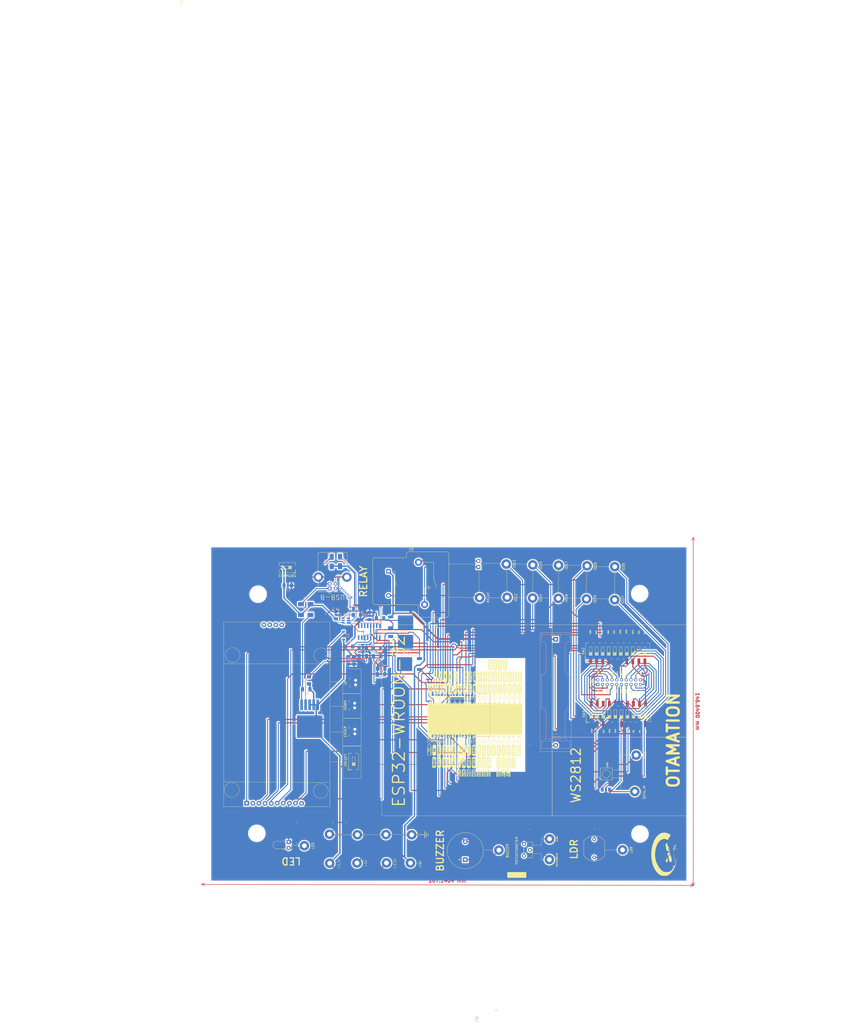
<source format=kicad_pcb>
(kicad_pcb (version 20240108) (generator "pcbnew") (generator_version "8.0")
  (layers (0 "F.Cu" signal) (31 "B.Cu" signal) (34 "B.Paste" user) (35 "F.Paste" user) (36 "B.SilkS" user "B.Silkscreen") (37 "F.SilkS" user "F.Silkscreen") (38 "B.Mask" user) (39 "F.Mask" user) (44 "Edge.Cuts" user))
  (net 0 "")
  (net 1 "/+VE_B")
  (net 2 "+5V")
  (net 3 "Net-(D1-K)")
  (net 4 "+3.3V")
  (net 5 "Net-(D3-K)")
  (net 6 "Net-(D4-A)")
  (net 7 "Net-(Q1-B)")
  (net 8 "UART0_RTS")
  (net 9 "GPIO 0")
  (net 10 "Net-(Q2-B)")
  (net 11 "UART0_DTR")
  (net 12 "RST")
  (net 13 "Net-(Q3-E)")
  (net 14 "Net-(Q3-B)")
  (net 15 "/potentiometer")
  (net 16 "Net-(J2-Pin_13)")
  (net 17 "/BUZZER")
  (net 18 "/IO26")
  (net 19 "/IO33")
  (net 20 "/IO25")
  (net 21 "/IO35")
  (net 22 "/IO27")
  (net 23 "/IO21")
  (net 24 "/IO23")
  (net 25 "/IO22")
  (net 26 "/IO32")
  (net 27 "/IO34")
  (net 28 "/IO17")
  (net 29 "/IO18")
  (net 30 "/IO14")
  (net 31 "/IO2")
  (net 32 "/IO15")
  (net 33 "/IO5")
  (net 34 "/IO13")
  (net 35 "/IO4")
  (net 36 "/IO19")
  (net 37 "/IO16")
  (net 44 "/LDR_DATA")
  (net 45 "/IO12")
  (net 46 "/RELAY_COM")
  (net 47 "/DATA_IN")
  (net 48 "UART0_TX")
  (net 49 "UART0 RX")
  (net 51 "/SD3")
  (net 52 "/CLK{slash}SCK")
  (net 53 "/SENSOR_VN")
  (net 54 "/SD2")
  (net 55 "/SD1")
  (net 56 "/SCS")
  (net 57 "/SDO")
  (net 58 "/SENSOR_VP")
  (net 59 "Net-(J6-Pin_1)")
  (net 60 "Net-(J6-Pin_2)")
  (net 61 "/VDD3")
  (net 62 "/POTENTIOMETER_VCC")
  (net 63 "Net-(J2-Pin_15)")
  (net 64 "Net-(J2-Pin_19)")
  (net 65 "Net-(J2-Pin_3)")
  (net 66 "Net-(J2-Pin_11)")
  (net 67 "Net-(J2-Pin_9)")
  (net 68 "Net-(J2-Pin_1)")
  (net 69 "Net-(J2-Pin_17)")
  (net 70 "Net-(J2-Pin_5)")
  (net 71 "Net-(J2-Pin_7)")
  (net 72 "Net-(J2-Pin_6)")
  (net 73 "Net-(J2-Pin_2)")
  (net 74 "Net-(J2-Pin_10)")
  (net 75 "Net-(J2-Pin_12)")
  (net 76 "Net-(J2-Pin_8)")
  (net 77 "Net-(J2-Pin_16)")
  (net 78 "Net-(J2-Pin_18)")
  (net 79 "Net-(J2-Pin_14)")
  (net 80 "Net-(J2-Pin_4)")
  (net 81 "Net-(J2-Pin_20)")
  (net 82 "/+5V_BUS")
  (net 83 "/D-")
  (net 84 "/D+")
  (net 85 "/LED")
  (net 86 "/WS_VCC")
  (net 87 "Net-(LED1-GND)")
  (net 89 "Net-(D2-A)")
  (net 90 "Net-(D7-A2)")
  (net 91 "Net-(D8-A2)")
  (net 92 "Net-(D9-A)")
  (net 93 "Net-(U2-PROG)")
  (net 96 "GND")
  (net 97 "Net-(U3-GND)")
  (net 98 "Net-(U3-V3)")
  (net 106 "Net-(LED1-DI)")
  (footprint "TestPoint:TestPoint_THTPad_D4.0mm_Drill2.0mm" (layer "F.Cu") (at 168.3 51.44 90)
    (property "Reference" "RELAY")
    (property "Value" "TestPoint" (hide yes))
  )
  (footprint "gr.preety:456rect" (layer "F.Cu") (at 171.232497 103.430935 90)
    (property "Reference" "G11")
    (property "Value" "LOGO" (hide yes))
  )
  (footprint "TestPoint:TestPoint_THTPad_D4.0mm_Drill2.0mm" (layer "F.Cu") (at 94.48 156 -90)
    (property "Reference" "LED")
    (property "Value" "TestPoint" (hide yes))
  )
  (footprint "WS2812B:WS2812B" (layer "F.Cu") (at 221.69 125.72 90)
    (property "Reference" "LED1")
    (property "Value" "WS2812B")
  )
  (footprint "Button_Switch_SMD:SW_SPST_CK_KMS2xxGP" (layer "F.Cu") (at 114.92 96.9 90)
    (property "Reference" "DOWN")
    (property "Value" "CK_KMS2xxG" (hide yes))
  )
  (footprint "TestPoint:TestPoint_THTPad_D4.0mm_Drill2.0mm" (layer "F.Cu") (at 105.17 163.37 90)
    (property "Reference" "TP20" (hide yes))
    (property "Value" "TestPoint" (hide yes))
  )
  (footprint "Relay_THT:Relay_SPST_RAYEX-L90AS" (layer "F.Cu") (at 127.4 45.41)
    (property "Reference" "K2")
    (property "Value" "RAYEX-L90AS" (hide yes))
  )
  (footprint "DISPLAYTOUCH:TFT" (layer "F.Cu") (at 75.1973 118.2913 90)
    (property "Reference" "L2" (hide yes))
    (property "Value" "SPI TFT DISPLAY" (hide yes))
  )
  (footprint "OptoDevice:R_LDR_10x8.5mm_P7.6mm_Vertical" (layer "F.Cu") (at 216.63 160.91 90)
    (property "Reference" "R10" (hide yes))
    (property "Value" "LDR03")
  )
  (footprint "LOGO:LGO" (layer "F.Cu") (at 246.08 159.9)
    (property "Reference" "G***" (hide yes))
    (property "Value" "LOGO" (hide yes))
  )
  (footprint "TestPoint:TestPoint_THTPad_D4.0mm_Drill2.0mm" (layer "F.Cu") (at 116.64 163.26)
    (property "Reference" "TP2" (hide yes))
    (property "Value" "TestPoint" (hide yes))
  )
  (footprint "TestPoint:TestPoint_THTPad_D4.0mm_Drill2.0mm" (layer "F.Cu") (at 201.6 37.78 90)
    (property "Reference" "IO17")
    (property "Value" "TestPoint" (hide yes))
  )
  (footprint "Button_Switch_SMD:SW_DIP_SPSTx01_Slide_6.7x4.1mm_W8.61mm_P2.54mm_LowProfile" (layer "F.Cu") (at 87.235 38.73 180)
    (property "Reference" "CHARGING")
    (property "Value" "SW_DIP_x01")
  )
  (footprint "TestPoint:TestPoint_THTPad_D4.0mm_Drill2.0mm" (layer "F.Cu") (at 190.75 37.64 90)
    (property "Reference" "IO15")
    (property "Value" "TestPoint" (hide yes))
  )
  (footprint "TestPoint:TestPoint_THTPad_D4.0mm_Drill2.0mm" (layer "F.Cu") (at 179.58 37.27 90)
    (property "Reference" "IO13")
    (property "Value" "TestPoint" (hide yes))
  )
  (footprint "Buzzer_Beeper:Buzzer_15x7.5RM7.6" (layer "F.Cu") (at 162.29 161.89 90)
    (property "Reference" "BZ1" (hide yes))
    (property "Value" "Buzzer" (hide yes))
  )
  (footprint "Button_Switch_SMD:SW_DIP_SPSTx10_Slide_6.7x26.96mm_W8.61mm_P2.54mm_LowProfile" (layer "F.Cu") (at 226.81 100.435 90)
    (property "Reference" "SW3")
    (property "Value" "SW_DIP_x10")
  )
  (footprint "TestPoint:TestPoint_THTPad_D4.0mm_Drill2.0mm" (layer "F.Cu") (at 116.84 151.36 90)
    (property "Reference" "TP26" (hide yes))
    (property "Value" "TestPoint" (hide yes))
  )
  (footprint "TestPoint:TestPoint_THTPad_D4.0mm_Drill2.0mm" (layer "F.Cu") (at 213.62 38 90)
    (property "Reference" "IO26")
    (property "Value" "TestPoint" (hide yes))
  )
  (footprint "TestPoint:TestPoint_THTPad_D4.0mm_Drill2.0mm" (layer "F.Cu") (at 225.29 38.36 90)
    (property "Reference" "IO35")
    (property "Value" "TestPoint" (hide yes))
  )
  (footprint "Connector_PinHeader_2.54mm:PinHeader_1x02_P2.54mm_Vertical" (layer "F.Cu") (at 167.8 38.49 180)
    (property "Reference" "J6" (hide yes))
    (property "Value" "Screw_Terminal_01x02")
  )
  (footprint "TestPoint:TestPoint_THTPad_D4.0mm_Drill2.0mm" (layer "F.Cu") (at 197.81 153.1 90)
    (property "Reference" "P_VCC")
    (property "Value" "TestPoint" (hide yes))
  )
  (footprint "TestPoint:TestPoint_THTPad_D4.0mm_Drill2.0mm" (layer "F.Cu") (at 176.46 157.86 90)
    (property "Reference" "TP7" (hide yes))
    (property "Value" "TestPoint" (hide yes))
  )
  (footprint "Connector_USB:USB_B_Lumberg_2411_02_Horizontal" (layer "F.Cu") (at 105.14 47.6 90)
    (property "Reference" "J1" (hide yes))
    (property "Value" "USB_B" (hide yes))
  )
  (footprint "TestPoint:TestPoint_THTPad_D4.0mm_Drill2.0mm" (layer "F.Cu") (at 213.35 51.98 90)
    (property "Reference" "IO25")
    (property "Value" "TestPoint" (hide yes))
  )
  (footprint "Button_Switch_SMD:SW_SPST_CK_KMS2xxGP" (layer "F.Cu") (at 115.01 107.855 90)
    (property "Reference" "ENTER")
    (property "Value" "CK_KMS2xxG" (hide yes))
  )
  (footprint "TestPoint:TestPoint_THTPad_D4.0mm_Drill2.0mm" (layer "F.Cu") (at 190.68 51.58 90)
    (property "Reference" "IO14")
    (property "Value" "TestPoint" (hide yes))
  )
  (footprint "gr.preety:gndddd" (layer "F.Cu") (at 145.01 151.34 90)
    (property "Reference" "G***" (hide yes))
    (property "Value" "LOGO" (hide yes))
  )
  (footprint "gr.preety:456rect" (layer "F.Cu") (at 161.412497 101.500935 90)
    (property "Reference" "G7")
    (property "Value" "LOGO" (hide yes))
  )
  (footprint "TestPoint:TestPoint_THTPad_D4.0mm_Drill2.0mm" (layer "F.Cu") (at 233.74 133.16 90)
    (property "Reference" "DATA_IN")
    (property "Value" "TestPoint" (hide yes))
  )
  (footprint "TestPoint:TestPoint_THTPad_D4.0mm_Drill2.0mm" (layer "F.Cu") (at 139.18 163.27)
    (property "Reference" "TP21" (hide yes))
    (property "Value" "TestPoint" (hide yes))
  )
  (footprint "gr.preety:esppppppppp" (layer "F.Cu") (at 167.080524 101.880974 90)
    (property "Reference" "GMAIN" (hide yes))
    (property "Value" "LOGO" (hide yes))
  )
  (footprint "gr.preety:456rect" (layer "F.Cu") (at 171.2 101.74 90)
    (property "Reference" "g22")
    (property "Value" "LOGO" (hide yes))
  )
  (footprint "TestPoint:TestPoint_THTPad_D4.0mm_Drill2.0mm" (layer "F.Cu") (at 105.05 151.14 90)
    (property "Reference" "TP25" (hide yes))
    (property "Value" "TestPoint" (hide yes))
  )
  (footprint "Button_Switch_SMD:SW_SPST_CK_KMS2xxGP" (layer "F.Cu") (at 115.32 87.195 90)
    (property "Reference" "UP")
    (property "Value" "CK_KMS2xxG" (hide yes))
  )
  (footprint "Button_Switch_SMD:SW_DIP_SPSTx10_Slide_6.7x26.96mm_W8.61mm_P2.54mm_LowProfile" (layer "F.Cu") (at 226.54 73.945 90)
    (property "Reference" "SW2")
    (property "Value" "SW_DIP_x10")
  )
  (footprint "Connector_PinHeader_2.00mm:PinHeader_2x10_P2.00mm_Vertical" (layer "F.Cu") (at 218.13 88.06 90)
    (property "Reference" "J2")
    (property "Value" "Conn_02x10_Odd_Even")
  )
  (footprint "gr.preety:456rect" (layer "F.Cu") (at 161.412497 103.540935 90)
    (property "Reference" "G*7411")
    (property "Value" "LOGO" (hide yes))
  )
  (footprint "Button_Switch_SMD:SW_DIP_SPSTx01_Slide_6.7x4.1mm_W8.61mm_P2.54mm_LowProfile" (layer "F.Cu") (at 115.26 120.45 90)
    (property "Reference" "ON\\OFF")
    (property "Value" "SW_DIP_x01" (hide yes))
  )
  (footprint "TestPoint:TestPoint_THTPad_D4.0mm_Drill2.0mm" (layer "F.Cu") (at 128.87 151.28 90)
    (property "Reference" "TP3" (hide yes))
    (property "Value" "TestPoint" (hide yes))
  )
  (footprint "TestPoint:TestPoint_THTPad_D4.0mm_Drill2.0mm" (layer "F.Cu") (at 234.32 117.79)
    (property "Reference" "VCC")
    (property "Value" "TestPoint" (hide yes))
  )
  (footprint "TestPoint:TestPoint_THTPad_D4.0mm_Drill2.0mm" (layer "F.Cu") (at 129.08 163.23)
    (property "Reference" "TP1" (hide yes))
    (property "Value" "TestPoint" (hide yes))
  )
  (footprint "TestPoint:TestPoint_THTPad_D4.0mm_Drill2.0mm" (layer "F.Cu") (at 179.91 51.28 90)
    (property "Reference" "IO12")
    (property "Value" "TestPoint" (hide yes))
  )
  (footprint "TestPoint:TestPoint_THTPad_D4.0mm_Drill2.0mm" (layer "F.Cu") (at 201.52 51.7 90)
    (property "Reference" "IO16")
    (property "Value" "TestPoint" (hide yes))
  )
  (footprint "LED_THT:LED_D3.0mm_Horizontal_O1.27mm_Z2.0mm" (layer "F.Cu") (at 87.865 154.4 -90)
    (property "Reference" "D5")
    (property "Value" "LED")
  )
  (footprint "TestPoint:TestPoint_THTPad_D4.0mm_Drill2.0mm" (layer "F.Cu") (at 197.73 161.82 90)
    (property "Reference" "POTENTIOMETER")
    (property "Value" "TestPoint" (hide yes))
  )
  (footprint "Potentiometer_THT:Potentiometer_ACP_CA6-H2,5_Horizontal" (layer "F.Cu") (at 187.04 155.26)
    (property "Reference" "RV1" (hide yes))
    (property "Value" "R_Potentiometer" (hide yes))
  )
  (footprint "TestPoint:TestPoint_THTPad_D4.0mm_Drill2.0mm" (layer "F.Cu") (at 225.24 52.31 90)
    (property "Reference" "IO27")
    (property "Value" "TestPoint" (hide yes))
  )
  (footprint "TestPoint:TestPoint_THTPad_D4.0mm_Drill2.0mm" (layer "F.Cu") (at 228.58 157.73 90)
    (property "Reference" "LDR")
    (property "Value" "TestPoint")
  )
  (footprint "TestPoint:TestPoint_THTPad_D4.0mm_Drill2.0mm" (layer "F.Cu") (at 139.71 151.38 90)
    (property "Reference" "TP4" (hide yes))
    (property "Value" "TestPoint" (hide yes))
  )
  (footprint "Capacitor_SMD:C_1206_3216Metric_Pad1.33x1.80mm_HandSolder" (layer "B.Cu") (at 119.1255 72.61)
    (property "Reference" "C3")
    (property "Value" "100nF")
  )
  (footprint "Capacitor_SMD:C_1206_3216Metric_Pad1.33x1.80mm_HandSolder" (layer "B.Cu") (at 113.03 77.8825 -90)
    (property "Reference" "C10")
    (property "Value" "0.1uf")
  )
  (footprint "Diode_SMD:D_SOD-123" (layer "B.Cu") (at 111 67.41 90)
    (property "Reference" "D4")
    (property "Value" "MBR0560")
  )
  (footprint "Package_TO_SOT_SMD:TO-252-2" (layer "B.Cu") (at 137.95 79.41 180)
    (property "Reference" "Q1")
    (property "Value" "S8050")
  )
  (footprint "Resistor_SMD:R_1206_3216Metric_Pad1.30x1.75mm_HandSolder" (layer "B.Cu") (at 116.58 58.71 180)
    (property "Reference" "R3")
    (property "Value" "1K")
  )
  (footprint "Diode_SMD:D_SMA" (layer "B.Cu") (at 105.9975 36.245 -90)
    (property "Reference" "D1")
    (property "Value" "SS14")
  )
  (footprint "Diode_SMD:D_SMA" (layer "B.Cu") (at 109.5225 36.1425 90)
    (property "Reference" "D9")
    (property "Value" "SS14")
  )
  (footprint "Capacitor_SMD:C_1206_3216Metric_Pad1.33x1.80mm_HandSolder" (layer "B.Cu") (at 95.2775 90.05)
    (property "Reference" "C1")
    (property "Value" "100uF")
  )
  (footprint "Diode_SMD:D_SMA" (layer "B.Cu") (at 95.06 54.17 180)
    (property "Reference" "D2")
    (property "Value" "SS14")
  )
  (footprint "Diode_SMD:D_SMA" (layer "B.Cu") (at 95.06 58.72 180)
    (property "Reference" "D3")
    (property "Value" "SS14")
  )
  (footprint "Capacitor_SMD:C_1206_3216Metric_Pad1.33x1.80mm_HandSolder" (layer "B.Cu") (at 126.89 81.3 180)
    (property "Reference" "C4")
    (property "Value" "10uf")
  )
  (footprint "Resistor_SMD:R_1206_3216Metric_Pad1.30x1.75mm_HandSolder" (layer "B.Cu") (at 221.56 132.34 180)
    (property "Reference" "R7")
    (property "Value" "330")
  )
  (footprint "Capacitor_SMD:C_1206_3216Metric_Pad1.33x1.80mm_HandSolder" (layer "B.Cu") (at 126.8575 83.72 180)
    (property "Reference" "C5")
    (property "Value" "0.1uf")
  )
  (footprint "Resistor_SMD:R_1206_3216Metric_Pad1.30x1.75mm_HandSolder" (layer "B.Cu") (at 125.1055 76.05)
    (property "Reference" "R1")
    (property "Value" "10K")
  )
  (footprint "Capacitor_SMD:C_1206_3216Metric_Pad1.33x1.80mm_HandSolder" (layer "B.Cu") (at 107.73 58.79 90)
    (property "Reference" "C8")
    (property "Value" "0.1uf")
  )
  (footprint "Package_TO_SOT_SMD:TO-252-2" (layer "B.Cu") (at 135.875 61.845)
    (property "Reference" "Q3")
    (property "Value" "S8050")
  )
  (footprint "Resistor_SMD:R_1206_3216Metric_Pad1.30x1.75mm_HandSolder" (layer "B.Cu") (at 121.96 59.11 -90)
    (property "Reference" "R6")
    (property "Value" "1K")
  )
  (footprint "Package_TO_SOT_SMD:TSOT-23-6" (layer "B.Cu") (at 111.905 61.015 180)
    (property "Reference" "U2")
    (property "Value" "TP4057")
  )
  (footprint "Resistor_SMD:R_1206_3216Metric_Pad1.30x1.75mm_HandSolder" (layer "B.Cu") (at 113.32 72.06 180)
    (property "Reference" "R4")
    (property "Value" "0")
  )
  (footprint "Resistor_SMD:R_1206_3216Metric_Pad1.30x1.75mm_HandSolder" (layer "B.Cu") (at 126.38 60.08)
    (property "Reference" "R5")
    (property "Value" "1K")
  )
  (footprint "Package_TO_SOT_SMD:TO-263-5_TabPin3" (layer "B.Cu") (at 96.71 104.27 -90)
    (property "Reference" "U1")
    (property "Value" "LM2576HVS-3.3")
  )
  (footprint "Capacitor_SMD:C_1206_3216Metric_Pad1.33x1.80mm_HandSolder" (layer "B.Cu") (at 119.1255 75.96)
    (property "Reference" "C2")
    (property "Value" "1000uF")
  )
  (footprint "Diode_SMD:Nexperia_DSN0603-2_0.6x0.3mm_P0.4mm" (layer "B.Cu") (at 114.25 51.46 -90)
    (property "Reference" "D7" (hide yes))
    (property "Value" "D_TVS" (hide yes))
  )
  (footprint "Package_SO:SOIC-16_3.9x9.9mm_P1.27mm" (layer "B.Cu") (at 121.815 65.765 90)
    (property "Reference" "U3")
    (property "Value" "CH340C")
  )
  (footprint "Package_TO_SOT_SMD:TO-252-2" (layer "B.Cu") (at 135.875 70.04)
    (property "Reference" "Q2")
    (property "Value" "S8050")
  )
  (footprint "Resistor_SMD:R_1206_3216Metric_Pad1.30x1.75mm_HandSolder" (layer "B.Cu") (at 125.1055 72.76)
    (property "Reference" "R2")
    (property "Value" "10K")
  )
  (footprint "RF_Module:ESP32-WROOM-32" (layer "B.Cu") (at 156.8475 100.8659 90)
    (property "Reference" "U4")
    (property "Value" "ESP32-WROOM-32")
  )
  (footprint "Capacitor_SMD:C_1206_3216Metric_Pad1.33x1.80mm_HandSolder" (layer "B.Cu") (at 115.4 77.89 -90)
    (property "Reference" "C11")
    (property "Value" "10uf")
  )
  (footprint "Diode_SMD:Nexperia_DSN0603-2_0.6x0.3mm_P0.4mm" (layer "B.Cu") (at 113.15 51.48 -90)
    (property "Reference" "D8" (hide yes))
    (property "Value" "D_TVS" (hide yes))
  )
  (footprint "Inductor_SMD:L_1206_3216Metric_Pad1.42x1.75mm_HandSolder" (layer "B.Cu") (at 96.44 86.26 -90)
    (property "Reference" "L1")
    (property "Value" "100uH")
  )
  (footprint "Battery:BatteryHolder_Keystone_2466_1xAAA" (layer "B.Cu") (at 200.4 68.97 -90)
    (property "Reference" "BT1")
    (property "Value" "Battery_Cell")
  )
  (footprint "Capacitor_SMD:C_1206_3216Metric_Pad1.33x1.80mm_HandSolder" (layer "B.Cu") (at 87.4925 46.29)
    (property "Reference" "C9")
    (property "Value" "10uf")
  )
  (gr_line (start 215.44 38.32) (end 221.23 38.35) (stroke (width 0.1)) (layer "F.SilkS"))
  (gr_line (start 227.770787 127.485) (end 227.745787 132.94) (stroke (width 0.1)) (layer "F.SilkS"))
  (gr_line (start 105.45 97.23) (end 110.61 97.23) (stroke (width 0.1)) (layer "F.SilkS"))
  (gr_line (start 105.36 86.86) (end 110.52 86.86) (stroke (width 0.1)) (layer "F.SilkS"))
  (gr_line (start 177.09 36.98) (end 169.66 36.97) (stroke (width 0.1)) (layer "F.SilkS"))
  (gr_line (start 190.76 39.62) (end 190.68 49.33) (stroke (width 0.1)) (layer "F.SilkS"))
  (gr_line (start 156.74 37.29) (end 155.76 37.28) (stroke (width 0.1)) (layer "F.SilkS"))
  (gr_line (start 195.18 161.89) (end 194.268615 161.86) (stroke (width 0.1)) (layer "F.SilkS"))
  (gr_line (start 105.42 120.7) (end 110.58 120.7) (stroke (width 0.1)) (layer "F.SilkS"))
  (gr_line (start 166 37.2) (end 156.74 37.29) (stroke (width 0.1)) (layer "F.SilkS"))
  (gr_rect (start 110.66 102.28) (end 118.39 113.91) (stroke (width 0.1)) (fill none) (layer "F.SilkS"))
  (gr_line (start 213.48 40.51) (end 213.21 49.99) (stroke (width 0.1)) (layer "F.SilkS"))
  (gr_line (start 194.35 153.05) (end 194.378615 155.76) (stroke (width 0.1)) (layer "F.SilkS"))
  (gr_line (start 155.76 37.28) (end 155.6 37.28) (stroke (width 0.1)) (layer "F.SilkS"))
  (gr_line (start 171.09 51.46) (end 170.85 51.46) (stroke (width 0.1)) (layer "F.SilkS"))
  (gr_line (start 155.6 37.28) (end 155.49 37.28) (stroke (width 0.1)) (layer "F.SilkS"))
  (gr_line (start 215.830962 51.794226) (end 221.35533 51.904226) (stroke (width 0.1)) (layer "F.SilkS"))
  (gr_line (start 194.378615 155.76) (end 190.84 155.79) (stroke (width 0.1)) (layer "F.SilkS"))
  (gr_rect (start 127.12 62.85) (end 198.89 143.35) (stroke (width 0.1)) (fill none) (layer "F.SilkS"))
  (gr_line (start 225.238259 44.181383) (end 225.26 40.82) (stroke (width 0.1)) (layer "F.SilkS"))
  (gr_line (start 108.504848 151.33) (end 107.6 151.31) (stroke (width 0.1)) (layer "F.SilkS"))
  (gr_line (start 193.22 51.53) (end 199.01 51.53) (stroke (width 0.1)) (layer "F.SilkS"))
  (gr_line (start 226.06 157.79) (end 221.19 157.77) (stroke (width 0.1)) (layer "F.SilkS"))
  (gr_line (start 179.75 39.83) (end 179.82 48.74) (stroke (width 0.1)) (layer "F.SilkS"))
  (gr_rect (start 180.05 167.18) (end 187.94 169.47) (stroke (width 0.1)) (fill solid) (layer "F.SilkS"))
  (gr_rect (start 198.89 62.85) (end 255.99 110.24) (stroke (width 0.1)) (fill none) (layer "F.SilkS"))
  (gr_line (start 181.83 37.27) (end 188.21 37.34) (stroke (width 0.1)) (layer "F.SilkS"))
  (gr_rect (start 110.66 91.88) (end 118.39 102.24) (stroke (width 0.1)) (fill none) (layer "F.SilkS"))
  (gr_line (start 194.26 161.86) (end 194.278615 159.37) (stroke (width 0.1)) (layer "F.SilkS"))
  (gr_line (start 204.025632 51.55) (end 209.55 51.66) (stroke (width 0.1)) (layer "F.SilkS"))
  (gr_line (start 121.660302 151.32) (end 126.42852 151.24) (stroke (width 0.1)) (layer "F.SilkS"))
  (gr_line (start 225.238259 44.181383) (end 225.237816 47.78094) (stroke (width 0.1)) (layer "F.SilkS"))
  (gr_rect (start 198.89 110.28) (end 256 143.35) (stroke (width 0.1)) (fill none) (layer "F.SilkS"))
  (gr_line (start 177.349144 51.38) (end 171.09 51.46) (stroke (width 0.1)) (layer "F.SilkS"))
  (gr_line (start 231.75 117.7) (end 227.72 117.69) (stroke (width 0.1)) (layer "F.SilkS"))
  (gr_line (start 194.278615 159.37) (end 190.818615 159.37) (stroke (width 0.1)) (layer "F.SilkS"))
  (gr_line (start 112.275151 151.334261) (end 114.459242 151.35) (stroke (width 0.1)) (layer "F.SilkS"))
  (gr_line (start 201.6 40.03) (end 201.52 49.45) (stroke (width 0.1)) (layer "F.SilkS"))
  (gr_line (start 168.09 40.34) (end 168.12 48.91) (stroke (width 0.1)) (layer "F.SilkS"))
  (gr_line (start 112.38 151.35) (end 110.595151 151.33) (stroke (width 0.1)) (layer "F.SilkS"))
  (gr_line (start 224.46 127.45) (end 224.24 127.45) (stroke (width 0.1)) (layer "F.SilkS"))
  (gr_rect (start 110.67 81.48) (end 118.4 91.84) (stroke (width 0.1)) (fill none) (layer "F.SilkS"))
  (gr_line (start 228.815787 132.97) (end 231.225787 132.95) (stroke (width 0.1)) (layer "F.SilkS"))
  (gr_line (start 227.72 124.015) (end 224.39 124.045) (stroke (width 0.1)) (layer "F.SilkS"))
  (gr_line (start 170.045 157.735) (end 173.94 157.75) (stroke (width 0.1)) (layer "F.SilkS"))
  (gr_line (start 108.504848 151.33) (end 110.595151 151.33) (stroke (width 0.1)) (layer "F.SilkS"))
  (gr_line (start 221.22 38.35) (end 222.73 38.36) (stroke (width 0.1)) (layer "F.SilkS"))
  (gr_line (start 225.237816 47.78094) (end 225.24 50.06) (stroke (width 0.1)) (layer "F.SilkS"))
  (gr_line (start 161.444005 51.330552) (end 155.489061 51.280552) (stroke (width 0.1)) (layer "F.SilkS"))
  (gr_line (start 195.3 153.03) (end 194.393943 153.03) (stroke (width 0.1)) (layer "F.SilkS"))
  (gr_line (start 166.05 51.44) (end 161.529061 51.310552) (stroke (width 0.1)) (layer "F.SilkS"))
  (gr_line (start 131.42 151.22) (end 137.18 151.31) (stroke (width 0.1)) (layer "F.SilkS"))
  (gr_line (start 193.32 37.55) (end 199.05 37.56) (stroke (width 0.1)) (layer "F.SilkS"))
  (gr_line (start 209.52 37.78) (end 204.102185 37.83) (stroke (width 0.1)) (layer "F.SilkS"))
  (gr_line (start 209.55 51.66) (end 210.9 51.68) (stroke (width 0.1)) (layer "F.SilkS"))
  (gr_line (start 221.35533 51.904226) (end 222.88 51.93) (stroke (width 0.1)) (layer "F.SilkS"))
  (gr_line (start 119.569999 151.32) (end 121.660302 151.32) (stroke (width 0.1)) (layer "F.SilkS"))
  (gr_line (start 227.72 124.015) (end 227.72 123.41) (stroke (width 0.1)) (layer "F.SilkS"))
  (gr_line (start 91.92 155.81) (end 89.156598 155.8) (stroke (width 0.1)) (layer "F.SilkS"))
  (gr_rect (start 110.65 114.03) (end 118.38 127.57) (stroke (width 0.1)) (fill none) (layer "F.SilkS"))
  (gr_line (start 105.45 108.07) (end 110.61 108.07) (stroke (width 0.1)) (layer "F.SilkS"))
  (gr_line (start 227.84 127.45) (end 224.46 127.45) (stroke (width 0.1)) (layer "F.SilkS"))
  (gr_line (start 227.72 117.69) (end 227.72 123.41) (stroke (width 0.1)) (layer "F.SilkS"))
  (gr_line (start 142.244848 151.335739) (end 144.335151 151.335739) (stroke (width 0.1)) (layer "F.SilkS"))
  (gr_line (start 209.54 37.779557) (end 210.69 37.8) (stroke (width 0.1)) (layer "F.SilkS"))
  (gr_line (start 182.405632 51.35) (end 188.13 51.37) (stroke (width 0.1)) (layer "F.SilkS"))
  (gr_line (start 227.745787 132.94) (end 228.815787 132.97) (stroke (width 0.1)) (layer "F.SilkS"))
  (gr_line (start 119.569999 151.32) (end 119.38 151.31) (stroke (width 0.1)) (layer "F.SilkS"))
  (gr_circle (center 235.8 49.72) (end 239 49.72) (stroke (width 0.05)) (fill none) (layer "Edge.Cuts"))
  (gr_circle (center 75 49.98) (end 78.2 49.98) (stroke (width 0.05)) (fill none) (layer "Edge.Cuts"))
  (gr_circle (center 74.46 150.77) (end 77.66 150.77) (stroke (width 0.05)) (fill none) (layer "Edge.Cuts"))
  (gr_rect (start 54.78 29.75) (end 255.96 171.18) (stroke (width 0.05)) (fill none) (layer "Edge.Cuts"))
  (gr_circle (center 235.91 151.04) (end 239.11 151.04) (stroke (width 0.05)) (fill none) (layer "Edge.Cuts"))
  (gr_text "IO22\n\n\n\n" (at 237.05 91.87 90) (layer "F.SilkS") (effects (font (size 0.5 0.5) (thickness 0.125) (bold yes)) (justify left bottom)))
  (gr_text "IO25\n\n\n" (at 232.17 91.88 90) (layer "F.SilkS") (effects (font (size 0.5 0.5) (thickness 0.125) (bold yes)) (justify left bottom)))
  (gr_text "IO19\n" (at 215.92 108.52 90) (layer "F.SilkS") (effects (font (size 0.5 0.5) (thickness 0.125) (bold yes)) (justify left bottom)))
  (gr_text "IO15\n" (at 226.66 84.31 90) (layer "F.SilkS") (effects (font (size 0.5 0.5) (thickness 0.125) (bold yes)) (justify left bottom)))
  (gr_text "BUZZER\n" (at 180.07 158.13 90) (layer "F.SilkS") (effects (font (size 1 1))))
  (gr_text "IO17\n" (at 222.64 84.3 90) (layer "F.SilkS") (effects (font (size 0.5 0.5) (thickness 0.125) (bold yes)) (justify left bottom)))
  (gr_text "IO13" (at 230.92 108.64 90) (layer "F.SilkS") (effects (font (size 0.5 0.5) (thickness 0.125) (bold yes)) (justify left bottom)))
  (gr_text "+5V\n" (at 120.95 165.01 90) (layer "F.SilkS") (effects (font (size 1 1) (thickness 0.1)) (justify left bottom)))
  (gr_text "IO27\n\n" (at 226.12 66.78 90) (layer "F.SilkS") (effects (font (size 0.5 0.5) (thickness 0.125) (bold yes)) (justify left bottom)))
  (gr_text "USB-B\n" (at 106.38 51.24 180) (layer "F.SilkS") (effects (font (size 2 2) (thickness 0.2))))
  (gr_text "IO21\n\n\n" (at 238.29 91.82 90) (layer "F.SilkS") (effects (font (size 0.5 0.5) (thickness 0.125) (bold yes)) (justify left bottom)))
  (gr_text "IO18\n" (at 218.43 108.66 90) (layer "F.SilkS") (effects (font (size 0.5 0.5) (thickness 0.125) (bold yes)) (justify left bottom)))
  (gr_text "POTENTIOMETER\n" (at 183.99 158.09 90) (layer "F.SilkS") (effects (font (size 1 1))))
  (gr_text "WS2812" (at 211.27 138.42 90) (layer "F.SilkS") (effects (font (size 4 4) (thickness 0.5) (bold yes)) (justify left bottom)))
  (gr_text "+3.3V\n\n" (at 111.27 166.04 90) (layer "F.SilkS") (effects (font (size 1 1) (thickness 0.1)) (justify left bottom)))
  (gr_text "IO34\n\n" (at 221.33 91.77 90) (layer "F.SilkS") (effects (font (size 0.5 0.5) (thickness 0.125) (bold yes)) (justify left bottom)))
  (gr_text "IO34\n\n" (at 218.6 66.91 90) (layer "F.SilkS") (effects (font (size 0.5 0.5) (thickness 0.125) (bold yes)) (justify left bottom)))
  (gr_text "RELAY\n" (at 121.15 51.58 90) (layer "F.SilkS") (effects (font (size 3 3) (thickness 0.5) (bold yes)) (justify left bottom)))
  (gr_text "IO23\n\n\n" (at 234.81 66.87 90) (layer "F.SilkS") (effects (font (size 0.5 0.5) (thickness 0.125) (bold yes)) (justify left bottom)))
  (gr_text "IO5" (at 232.72 84.23 90) (layer "F.SilkS") (effects (font (size 0.5 0.5) (thickness 0.125) (bold yes)) (justify left bottom)))
  (gr_text "IO35" (at 218.58 91.78 90) (layer "F.SilkS") (effects (font (size 0.5 0.5) (thickness 0.125) (bold yes)) (justify left bottom)))
  (gr_text "IO26\n\n\n" (at 230.26 91.83 90) (layer "F.SilkS") (effects (font (size 0.5 0.5) (thickness 0.125) (bold yes)) (justify left bottom)))
  (gr_text "IO2" (at 238.72 108.49 90) (layer "F.SilkS") (effects (font (size 0.5 0.5) (thickness 0.125) (bold yes)) (justify left bottom)))
  (gr_text "IO19\n" (at 218.64 84.24 90) (layer "F.SilkS") (effects (font (size 0.5 0.5) (thickness 0.125) (bold yes)) (justify left bottom)))
  (gr_text "IO33\n\n\n" (at 224.26 91.73 90) (layer "F.SilkS") (effects (font (size 0.5 0.5) (thickness 0.125) (bold yes)) (justify left bottom)))
  (gr_text "IO4" (at 234.6 84.26 90) (layer "F.SilkS") (effects (font (size 0.5 0.5) (thickness 0.125) (bold yes)) (justify left bottom)))
  (gr_text "LED" (at 93.33 160.73 180) (layer "F.SilkS") (effects (font (size 3 3) (thickness 0.5) (bold yes)) (justify left bottom)))
  (gr_text "IO21\n\n\n" (at 239.81 67.01 90) (layer "F.SilkS") (effects (font (size 0.5 0.5) (thickness 0.125) (bold yes)) (justify left bottom)))
  (gr_text "IO14\n" (at 228.59 84.32 90) (layer "F.SilkS") (effects (font (size 0.5 0.5) (thickness 0.125) (bold yes)) (justify left bottom)))
  (gr_text "IO13" (at 230.68 84.33 90) (layer "F.SilkS") (effects (font (size 0.5 0.5) (thickness 0.125) (bold yes)) (justify left bottom)))
  (gr_text "IO35" (at 215.3 66.91 90) (layer "F.SilkS") (effects (font (size 0.5 0.5) (thickness 0.125) (bold yes)) (justify left bottom)))
  (gr_text "IO15\n" (at 225.85 108.58 90) (layer "F.SilkS") (effects (font (size 0.5 0.5) (thickness 0.125) (bold yes)) (justify left bottom)))
  (gr_text "IO2" (at 236.63 84.19 90) (layer "F.SilkS") (effects (font (size 0.5 0.5) (thickness 0.125) (bold yes)) (justify left bottom)))
  (gr_text "IO16\n" (at 224.66 84.31 90) (layer "F.SilkS") (effects (font (size 0.5 0.5) (thickness 0.125) (bold yes)) (justify left bottom)))
  (gr_text "IO25\n\n\n" (at 232.07 66.73 90) (layer "F.SilkS") (effects (font (size 0.5 0.5) (thickness 0.125) (bold yes)) (justify left bottom)))
  (gr_text "IO5" (at 233.46 108.54 90) (layer "F.SilkS") (effects (font (size 0.5 0.5) (thickness 0.125) (bold yes)) (justify left bottom)))
  (gr_text "+3.3V\n\n" (at 134.9 165.86 90) (layer "F.SilkS") (effects (font (size 1 1) (thickness 0.1)) (justify left bottom)))
  (gr_text "IO17\n" (at 220.92 108.61 90) (layer "F.SilkS") (effects (font (size 0.5 0.5) (thickness 0.125) (bold yes)) (justify left bottom)))
  (gr_text "P_TP" (at 180.775 169.25 0) (layer "F.SilkS") (effects (font (size 1.5 1.5) (thickness 0.3) (bold yes)) (justify left bottom)))
  (gr_text "IO32\n\n\n" (at 226.16 91.76 90) (layer "F.SilkS") (effects (font (size 0.5 0.5) (thickness 0.125) (bold yes)) (justify left bottom)))
  (gr_text "IO27\n\n" (at 227.41 91.77 90) (layer "F.SilkS") (effects (font (size 0.5 0.5) (thickness 0.125) (bold yes)) (justify left bottom)))
  (gr_text "IO22\n\n\n\n" (at 238.17 66.98 90) (layer "F.SilkS") (effects (font (size 0.5 0.5) (thickness 0.125) (bold yes)) (justify left bottom)))
  (gr_text "IO33\n\n\n" (at 221.84 66.81 90) (layer "F.SilkS") (effects (font (size 0.5 0.5) (thickness 0.125) (bold yes)) (justify left bottom)))
  (gr_text "IO18\n" (at 220.65 84.3 90) (layer "F.SilkS") (effects (font (size 0.5 0.5) (thickness 0.125) (bold yes)) (justify left bottom)))
  (gr_text "LDR" (at 209.85 162 90) (layer "F.SilkS") (effects (font (size 3 3) (thickness 0.5) (bold yes)) (justify left bottom)))
  (gr_text "+5V\n" (at 143.83 165.37 90) (layer "F.SilkS") (effects (font (size 1 1)) (justify left bottom)))
  (gr_text "OTAMATION\n" (at 252.89 132.22 90) (layer "F.SilkS") (effects (font (size 5 5) (thickness 1) (bold yes)) (justify left bottom)))
  (gr_text "IO23\n\n\n" (at 234.22 91.86 90) (layer "F.SilkS") (effects (font (size 0.5 0.5) (thickness 0.125) (bold yes)) (justify left bottom)))
  (gr_text "IO14\n" (at 228.39 108.56 90) (layer "F.SilkS") (effects (font (size 0.5 0.5) (thickness 0.125) (bold yes)) (justify left bottom)))
  (gr_text "IO4" (at 236.08 108.51 90) (layer "F.SilkS") (effects (font (size 0.5 0.5) (thickness 0.125) (bold yes)) (justify left bottom)))
  (gr_text "BUZZER" (at 153.44 167.16 90) (layer "F.SilkS") (effects (font (size 3 3) (thickness 0.5) (bold yes)) (justify left bottom)))
  (gr_text "IO16\n" (at 223.37 108.56 90) (layer "F.SilkS") (effects (font (size 0.5 0.5) (thickness 0.125) (bold yes)) (justify left bottom)))
  (gr_text "IO32\n\n\n" (at 224.45 66.83 90) (layer "F.SilkS") (effects (font (size 0.5 0.5) (thickness 0.125) (bold yes)) (justify left bottom)))
  (gr_text "IO26\n\n\n" (at 229.54 66.78 90) (layer "F.SilkS") (effects (font (size 0.5 0.5) (thickness 0.125) (bold yes)) (justify left bottom)))
  (gr_text "ESP32-WROOM-32" (at 137.22 140.05 90) (layer "F.SilkS") (effects (font (size 5 5) (thickness 0.5)) (justify left bottom)))
  (dimension (type aligned) (layer "F.Cu") (pts (xy 51.23 172.3) (xy 258.37 172.72)) (height 0) (gr_text "207.1404 mm" (at 154.80365 170.710004 359.8838264) (layer "F.Cu") (effects (font (size 1.5 1.5) (thickness 0.3)))) (format (prefix "") (suffix "") (units 3) (units_format 1) (precision 4)) (style (thickness 0.2) (arrow_length 1.27) (text_position_mode 0) (extension_height 0.58642) (extension_offset 0.5) keep_text_aligned))
  (dimension (type aligned) (layer "F.Cu") (pts (xy 258.35 26.08) (xy 258.37 172.72)) (height 0) (gr_text "146.6400 mm" (at 260.16 99.399755 270.0078145) (layer "F.Cu") (effects (font (size 1.5 1.5) (thickness 0.3)))) (format (prefix "") (suffix "") (units 3) (units_format 1) (precision 4)) (style (thickness 0.2) (arrow_length 1.27) (text_position_mode 0) (extension_height 0.58642) (extension_offset 0.5) keep_text_aligned))
  (segment (start 198.352 68.8237) (end 150.65 68.8237) (width 0.6) (layer "F.Cu") (net 1))
  (segment (start 198.498 68.97) (end 198.352 68.8237) (width 0.6) (layer "F.Cu") (net 1))
  (segment (start 150.65 68.8237) (end 136.475 54.6488) (width 0.6) (layer "F.Cu") (net 1))
  (segment (start 136.475 54.6488) (end 115.293 54.6488) (width 0.6) (layer "F.Cu") (net 1))
  (segment (start 200.4 68.97) (end 198.498 68.97) (width 0.6) (layer "F.Cu") (net 1))
  (via (at 115.293 54.6488) (size 0.6) (drill 0.3) (layers "F.Cu" "B.Cu") (net 1))
  (segment (start 105.998 38.245) (end 106.1 38.1425) (width 0.6) (layer "B.Cu") (net 1))
  (segment (start 112.7225 38.1425) (end 115.749 41.169) (width 0.6) (layer "B.Cu") (net 1))
  (segment (start 115.749 41.169) (end 115.749 54.1928) (width 0.6) (layer "B.Cu") (net 1))
  (segment (start 109.5225 38.1425) (end 112.7225 38.1425) (width 0.6) (layer "B.Cu") (net 1))
  (segment (start 106.1 38.1425) (end 109.5225 38.1425) (width 0.6) (layer "B.Cu") (net 1))
  (segment (start 115.749 54.1928) (end 115.293 54.6488) (width 0.6) (layer "B.Cu") (net 1))
  (segment (start 105.9975 38.245) (end 105.998 38.245) (width 0.2) (layer "B.Cu") (net 1))
  (segment (start 116.64 163.26) (end 119.6 160.3) (width 0.6) (layer "F.Cu") (net 2))
  (segment (start 119.6 160.3) (end 136.21 160.3) (width 0.6) (layer "F.Cu") (net 2))
  (segment (start 136.21 160.3) (end 139.18 163.27) (width 0.6) (layer "F.Cu") (net 2))
  (segment (start 131.861 42.2309) (end 131.861 57.9986) (width 0.6) (layer "B.Cu") (net 2))
  (segment (start 131.861 57.9986) (end 131.861 58.5391) (width 0.6) (layer "B.Cu") (net 2))
  (segment (start 136.787 160.877) (end 139.18 163.27) (width 0.6) (layer "B.Cu") (net 2))
  (segment (start 140.544 57.9986) (end 145.006 62.4606) (width 0.6) (layer "B.Cu") (net 2))
  (segment (start 131.861 57.9986) (end 140.544 57.9986) (width 0.6) (layer "B.Cu") (net 2))
  (segment (start 143.116 79.8995) (end 141.909 79.8995) (width 0.6) (layer "B.Cu") (net 2))
  (segment (start 145.006 78.009) (end 143.116 79.8995) (width 0.6) (layer "B.Cu") (net 2))
  (segment (start 140.898 80.9102) (end 140.898 143.353) (width 0.6) (layer "B.Cu") (net 2))
  (segment (start 136.787 147.464) (end 136.787 160.877) (width 0.6) (layer "B.Cu") (net 2))
  (segment (start 129.94 40.31) (end 131.861 42.2309) (width 0.6) (layer "B.Cu") (net 2))
  (segment (start 140.898 143.353) (end 136.787 147.464) (width 0.6) (layer "B.Cu") (net 2))
  (segment (start 131.861 58.5391) (end 130.835 59.565) (width 0.6) (layer "B.Cu") (net 2))
  (segment (start 141.909 79.8995) (end 140.898 80.9102) (width 0.6) (layer "B.Cu") (net 2))
  (segment (start 145.006 62.4606) (end 145.006 78.009) (width 0.6) (layer "B.Cu") (net 2))
  (segment (start 91.8852 37.0231) (end 103.178 37.0231) (width 0.4) (layer "F.Cu") (net 3))
  (segment (start 91.54 38.73) (end 91.54 37.3683) (width 0.4) (layer "F.Cu") (net 3))
  (segment (start 91.54 37.3683) (end 91.8852 37.0231) (width 0.4) (layer "F.Cu") (net 3))
  (via (at 103.178 37.0231) (size 0.6) (drill 0.3) (layers "F.Cu" "B.Cu") (net 3))
  (segment (start 105.956 34.245) (end 103.178 37.0231) (width 0.4) (layer "B.Cu") (net 3))
  (segment (start 105.998 34.245) (end 105.9975 34.245) (width 0.4) (layer "B.Cu") (net 3))
  (segment (start 105.9975 34.245) (end 105.956 34.245) (width 0.4) (layer "B.Cu") (net 3))
  (segment (start 116.022 124.755) (end 119.065 121.711) (width 0.2) (layer "F.Cu") (net 4))
  (segment (start 111.637 122.593) (end 113.798 124.755) (width 0.6) (layer "F.Cu") (net 4))
  (segment (start 109.468 122.593) (end 111.637 122.593) (width 0.6) (layer "F.Cu") (net 4))
  (segment (start 115.794 63.4636) (end 121.58 57.678) (width 0.6) (layer "F.Cu") (net 4))
  (segment (start 113.798 124.755) (end 115.26 124.755) (width 0.6) (layer "F.Cu") (net 4))
  (segment (start 119.065 121.711) (end 159.373 121.711) (width 0.2) (layer "F.Cu") (net 4))
  (segment (start 126.137 166.173) (end 129.08 163.23) (width 0.6) (layer "F.Cu") (net 4))
  (segment (start 121.58 57.678) (end 124.83 57.678) (width 0.6) (layer "F.Cu") (net 4))
  (segment (start 105.17 163.37) (end 107.973 166.173) (width 0.6) (layer "F.Cu") (net 4))
  (segment (start 115.26 124.755) (end 116.022 124.755) (width 0.2) (layer "F.Cu") (net 4))
  (segment (start 107.973 166.173) (end 126.137 166.173) (width 0.6) (layer "F.Cu") (net 4))
  (via (at 159.373 121.711) (size 0.6) (drill 0.3) (layers "F.Cu" "B.Cu") (net 4))
  (via (at 109.468 122.593) (size 0.6) (drill 0.3) (layers "F.Cu" "B.Cu") (net 4))
  (via (at 115.794 63.4636) (size 0.6) (drill 0.3) (layers "F.Cu" "B.Cu") (net 4))
  (via (at 124.83 57.678) (size 0.6) (drill 0.3) (layers "F.Cu" "B.Cu") (net 4))
  (segment (start 93.935 105.77) (end 96.71 105.77) (width 0.6) (layer "B.Cu") (net 4))
  (segment (start 93.935 108.195) (end 93.935 105.77) (width 0.6) (layer "B.Cu") (net 4))
  (segment (start 115.4 75.96) (end 117.563 75.96) (width 0.6) (layer "B.Cu") (net 4))
  (segment (start 98.41 96.62) (end 96.71 96.62) (width 0.6) (layer "B.Cu") (net 4))
  (segment (start 93.935 105.77) (end 93.935 103.345) (width 0.6) (layer "B.Cu") (net 4))
  (segment (start 113.854 74.7817) (end 113.854 74.7818) (width 0.6) (layer "B.Cu") (net 4))
  (segment (start 96.84 88.1475) (end 96.84 90.05) (width 0.6) (layer "B.Cu") (net 4))
  (segment (start 163.8275 113.436) (end 163.8275 109.6159) (width 0.2) (layer "B.Cu") (net 4))
  (segment (start 100.11 96.62) (end 99.485 96.62) (width 0.6) (layer "B.Cu") (net 4))
  (segment (start 96.71 105.77) (end 99.485 105.77) (width 0.6) (layer "B.Cu") (net 4))
  (segment (start 163.828 117.257) (end 159.373 121.711) (width 0.2) (layer "B.Cu") (net 4))
  (segment (start 115.312 75.8717) (end 115.4 75.96) (width 0.6) (layer "B.Cu") (net 4))
  (segment (start 111.77 72.6974) (end 113.854 74.7817) (width 0.6) (layer "B.Cu") (net 4))
  (segment (start 113.854 74.7818) (end 114 74.9273) (width 0.6) (layer "B.Cu") (net 4))
  (segment (start 109.468 118.178) (end 109.468 122.593) (width 0.6) (layer "B.Cu") (net 4))
  (segment (start 96.44 87.7475) (end 96.84 88.1475) (width 0.6) (layer "B.Cu") (net 4))
  (segment (start 114 75.1677) (end 114.091 75.2589) (width 0.6) (layer "B.Cu") (net 4))
  (segment (start 111.124 70.2992) (end 111.124 71.4142) (width 0.6) (layer "B.Cu") (net 4))
  (segment (start 99.485 108.195) (end 99.485 105.77) (width 0.6) (layer "B.Cu") (net 4))
  (segment (start 114.091 75.2589) (end 113.03 76.32) (width 0.6) (layer "B.Cu") (net 4))
  (segment (start 99.485 103.345) (end 99.485 96.62) (width 0.6) (layer "B.Cu") (net 4))
  (segment (start 99.485 96.62) (end 98.41 96.62) (width 0.6) (layer "B.Cu") (net 4))
  (segment (start 114.704 75.8717) (end 115.312 75.8717) (width 0.6) (layer "B.Cu") (net 4))
  (segment (start 111 70.175) (end 111.124 70.2992) (width 0.6) (layer "B.Cu") (net 4))
  (segment (start 111.124 70.2992) (end 111.124 71.4142) (width 0.6) (layer "B.Cu") (net 4))
  (segment (start 111.124 71.4142) (end 111.124 85.6058) (width 0.6) (layer "B.Cu") (net 4))
  (segment (start 99.485 105.77) (end 99.485 103.345) (width 0.6) (layer "B.Cu") (net 4))
  (segment (start 111.124 71.4142) (end 111.77 72.06) (width 0.6) (layer "B.Cu") (net 4))
  (segment (start 111.124 85.6058) (end 100.11 96.62) (width 0.6) (layer "B.Cu") (net 4))
  (segment (start 98.41 96.62) (end 98.41 91.62) (width 0.6) (layer "B.Cu") (net 4))
  (segment (start 111.77 72.06) (end 111.77 72.6974) (width 0.6) (layer "B.Cu") (net 4))
  (segment (start 114.091 75.2589) (end 114.704 75.8717) (width 0.6) (layer "B.Cu") (net 4))
  (segment (start 98.41 91.62) (end 96.84 90.05) (width 0.6) (layer "B.Cu") (net 4))
  (segment (start 115.4 75.96) (end 115.4 76.3275) (width 0.6) (layer "B.Cu") (net 4))
  (segment (start 114 74.9273) (end 114 75.1677) (width 0.6) (layer "B.Cu") (net 4))
  (segment (start 111 69.06) (end 111 70.175) (width 0.6) (layer "B.Cu") (net 4))
  (segment (start 163.828 113.4365) (end 163.8275 113.436) (width 0.2) (layer "B.Cu") (net 4))
  (segment (start 111.77 72.06) (end 115.794 68.0357) (width 0.6) (layer "B.Cu") (net 4))
  (segment (start 115.794 68.0357) (end 115.794 63.4636) (width 0.6) (layer "B.Cu") (net 4))
  (segment (start 109.468 159.072) (end 105.17 163.37) (width 0.6) (layer "B.Cu") (net 4))
  (segment (start 99.485 108.195) (end 109.468 118.178) (width 0.6) (layer "B.Cu") (net 4))
  (segment (start 124.83 60.08) (end 124.83 57.678) (width 0.6) (layer "B.Cu") (net 4))
  (segment (start 163.828 113.4365) (end 163.828 117.257) (width 0.2) (layer "B.Cu") (net 4))
  (segment (start 109.468 122.593) (end 109.468 159.072) (width 0.6) (layer "B.Cu") (net 4))
  (segment (start 163.828 109.616) (end 163.828 113.4365) (width 0.2) (layer "B.Cu") (net 4))
  (segment (start 93.31 96.62) (end 93.31 90.455) (width 0.4) (layer "B.Cu") (net 5))
  (segment (start 93.31 90.455) (end 93.715 90.05) (width 0.4) (layer "B.Cu") (net 5))
  (segment (start 93.715 62.065) (end 93.715 90.05) (width 0.4) (layer "B.Cu") (net 5))
  (segment (start 97.06 58.72) (end 93.715 62.065) (width 0.4) (layer "B.Cu") (net 5))
  (segment (start 120.688 78.3344) (end 103.844 78.3344) (width 0.4) (layer "F.Cu") (net 6))
  (via (at 103.844 78.3344) (size 0.6) (drill 0.3) (layers "F.Cu" "B.Cu") (net 6))
  (via (at 120.688 78.3344) (size 0.6) (drill 0.3) (layers "F.Cu" "B.Cu") (net 6))
  (segment (start 102.878 78.3344) (end 96.44 84.7725) (width 0.4) (layer "B.Cu") (net 6))
  (segment (start 103.844 78.3344) (end 102.878 78.3344) (width 0.4) (layer "B.Cu") (net 6))
  (segment (start 104.846 71.9142) (end 111 65.76) (width 0.4) (layer "B.Cu") (net 6))
  (segment (start 104.846 77.3327) (end 104.846 71.9142) (width 0.4) (layer "B.Cu") (net 6))
  (segment (start 120.688 75.96) (end 120.688 78.3344) (width 0.4) (layer "B.Cu") (net 6))
  (segment (start 103.844 78.3344) (end 104.846 77.3327) (width 0.4) (layer "B.Cu") (net 6))
  (segment (start 95.01 86.2025) (end 95.01 96.62) (width 0.2) (layer "B.Cu") (net 6))
  (segment (start 96.44 84.7725) (end 95.01 86.2025) (width 0.2) (layer "B.Cu") (net 6))
  (segment (start 133.822 87.185) (end 123.808 87.185) (width 0.4) (layer "F.Cu") (net 7))
  (segment (start 136.314 84.6924) (end 133.822 87.185) (width 0.4) (layer "F.Cu") (net 7))
  (via (at 136.314 84.6924) (size 0.6) (drill 0.3) (layers "F.Cu" "B.Cu") (net 7))
  (via (at 123.808 87.185) (size 0.6) (drill 0.3) (layers "F.Cu" "B.Cu") (net 7))
  (segment (start 125.8366 76.8689) (end 125.345 77.3602) (width 0.2) (layer "B.Cu") (net 7))
  (segment (start 135.015 79.41) (end 135.015 80.935) (width 0.4) (layer "B.Cu") (net 7))
  (segment (start 135.015 79.41) (end 136.69 79.41) (width 0.4) (layer "B.Cu") (net 7))
  (segment (start 136.84 79.41) (end 138.365 77.885) (width 0.4) (layer "B.Cu") (net 7))
  (segment (start 136.69 79.41) (end 136.84 79.41) (width 0.4) (layer "B.Cu") (net 7))
  (segment (start 125.8366 76.8689) (end 126.2445 76.4612) (width 0.4) (layer "B.Cu") (net 7))
  (segment (start 123.808 87.185) (end 123.808 79.42) (width 0.4) (layer "B.Cu") (net 7))
  (segment (start 124.821 78.4071) (end 124.821 77.8843) (width 0.4) (layer "B.Cu") (net 7))
  (segment (start 126.6555 76.05) (end 125.8366 76.8689) (width 0.2) (layer "B.Cu") (net 7))
  (segment (start 126.2445 76.4612) (end 125.8366 76.8689) (width 0.2) (layer "B.Cu") (net 7))
  (segment (start 126.656 76.05) (end 126.2445 76.4612) (width 0.2) (layer "B.Cu") (net 7))
  (segment (start 126.2445 76.4612) (end 126.656 76.05) (width 0.4) (layer "B.Cu") (net 7))
  (segment (start 136.314 84.6924) (end 135.015 83.3932) (width 0.4) (layer "B.Cu") (net 7))
  (segment (start 124.821 77.8843) (end 125.345 77.3602) (width 0.4) (layer "B.Cu") (net 7))
  (segment (start 135.015 77.885) (end 135.015 79.41) (width 0.4) (layer "B.Cu") (net 7))
  (segment (start 138.365 77.885) (end 138.365 80.935) (width 0.4) (layer "B.Cu") (net 7))
  (segment (start 135.015 83.3932) (end 135.015 80.935) (width 0.4) (layer "B.Cu") (net 7))
  (segment (start 125.345 77.3602) (end 125.8366 76.8689) (width 0.4) (layer "B.Cu") (net 7))
  (segment (start 123.808 79.42) (end 124.821 78.4071) (width 0.4) (layer "B.Cu") (net 7))
  (segment (start 123.826 66.4546) (end 123.72 66.3488) (width 0.4) (layer "F.Cu") (net 8))
  (segment (start 138.277 66.4546) (end 123.826 66.4546) (width 0.4) (layer "F.Cu") (net 8))
  (segment (start 138.726 66.0054) (end 138.277 66.4546) (width 0.4) (layer "F.Cu") (net 8))
  (segment (start 142.99 74.6689) (end 125.367 74.6689) (width 0.4) (layer "F.Cu") (net 8))
  (via (at 138.726 66.0054) (size 0.6) (drill 0.3) (layers "F.Cu" "B.Cu") (net 8))
  (via (at 125.367 74.6689) (size 0.6) (drill 0.3) (layers "F.Cu" "B.Cu") (net 8))
  (via (at 123.72 66.3488) (size 0.6) (drill 0.3) (layers "F.Cu" "B.Cu") (net 8))
  (via (at 142.99 74.6689) (size 0.6) (drill 0.3) (layers "F.Cu" "B.Cu") (net 8))
  (segment (start 123.556 72.8087) (end 123.556 72.8082) (width 0.2) (layer "B.Cu") (net 8))
  (segment (start 123.556 72.8574) (end 125.367 74.6689) (width 0.4) (layer "B.Cu") (net 8))
  (segment (start 142.99 74.6689) (end 142.99 68.7923) (width 0.4) (layer "B.Cu") (net 8))
  (segment (start 123.72 66.3488) (end 123.72 63.29) (width 0.4) (layer "B.Cu") (net 8))
  (segment (start 123.556 72.76) (end 123.556 72.7841) (width 0.4) (layer "B.Cu") (net 8))
  (segment (start 123.556 72.8082) (end 123.556 72.8087) (width 0.4) (layer "B.Cu") (net 8))
  (segment (start 123.556 72.7841) (end 123.556 72.76) (width 0.2) (layer "B.Cu") (net 8))
  (segment (start 142.99 77.13) (end 142.99 74.6689) (width 0.4) (layer "B.Cu") (net 8))
  (segment (start 123.5555 72.7836) (end 123.5555 72.76) (width 0.2) (layer "B.Cu") (net 8))
  (segment (start 142.99 68.7923) (end 140.203 66.0054) (width 0.4) (layer "B.Cu") (net 8))
  (segment (start 123.556 72.7841) (end 123.5555 72.7836) (width 0.2) (layer "B.Cu") (net 8))
  (segment (start 140.203 66.0054) (end 138.726 66.0054) (width 0.4) (layer "B.Cu") (net 8))
  (segment (start 123.556 72.8087) (end 123.556 72.8574) (width 0.4) (layer "B.Cu") (net 8))
  (segment (start 123.556 72.7841) (end 123.556 72.8082) (width 0.4) (layer "B.Cu") (net 8))
  (segment (start 123.556 72.8082) (end 123.556 72.7841) (width 0.2) (layer "B.Cu") (net 8))
  (segment (start 148.5875 91.1642) (end 148.4705 91.1642) (width 0.2) (layer "B.Cu") (net 9))
  (segment (start 148.018 86.3657) (end 143.342 81.69) (width 0.4) (layer "B.Cu") (net 9))
  (segment (start 148.018 90.5669) (end 148.018 86.3657) (width 0.4) (layer "B.Cu") (net 9))
  (segment (start 148.5875 92.1159) (end 148.5875 91.1642) (width 0.2) (layer "B.Cu") (net 9))
  (segment (start 148.588 92.1159) (end 148.588 91.1364) (width 0.2) (layer "B.Cu") (net 9))
  (segment (start 148.4705 91.1642) (end 148.018 90.7117) (width 0.2) (layer "B.Cu") (net 9))
  (segment (start 148.588 91.1364) (end 148.018 90.5669) (width 0.2) (layer "B.Cu") (net 9))
  (segment (start 143.342 81.69) (end 142.99 81.69) (width 0.4) (layer "B.Cu") (net 9))
  (segment (start 148.018 90.7117) (end 148.018 90.5669) (width 0.4) (layer "B.Cu") (net 9))
  (segment (start 148.018 91.546) (end 148.018 90.7117) (width 0.4) (layer "B.Cu") (net 9))
  (segment (start 148.588 92.1159) (end 148.018 91.546) (width 0.4) (layer "B.Cu") (net 9))
  (segment (start 138.81 70.04) (end 138.81 68.515) (width 0.4) (layer "B.Cu") (net 10))
  (segment (start 127.554 71.8616) (end 127.105 72.3108) (width 0.2) (layer "B.Cu") (net 10))
  (segment (start 136.985 70.04) (end 135.46 71.565) (width 0.4) (layer "B.Cu") (net 10))
  (segment (start 137.135 70.04) (end 136.985 70.04) (width 0.4) (layer "B.Cu") (net 10))
  (segment (start 135.46 71.565) (end 135.46 68.515) (width 0.4) (layer "B.Cu") (net 10))
  (segment (start 127.1047 72.3108) (end 126.6555 72.76) (width 0.2) (layer "B.Cu") (net 10))
  (segment (start 133.296 66.3508) (end 135.46 68.515) (width 0.4) (layer "B.Cu") (net 10))
  (segment (start 126.656 72.76) (end 127.105 72.3108) (width 0.4) (layer "B.Cu") (net 10))
  (segment (start 128.452 70.9632) (end 128.452 67.3733) (width 0.4) (layer "B.Cu") (net 10))
  (segment (start 138.81 70.04) (end 137.135 70.04) (width 0.4) (layer "B.Cu") (net 10))
  (segment (start 129.475 66.3508) (end 133.296 66.3508) (width 0.4) (layer "B.Cu") (net 10))
  (segment (start 128.452 67.3733) (end 129.475 66.3508) (width 0.4) (layer "B.Cu") (net 10))
  (segment (start 127.105 72.3108) (end 126.656 72.76) (width 0.2) (layer "B.Cu") (net 10))
  (segment (start 127.105 72.3108) (end 127.554 71.8616) (width 0.4) (layer "B.Cu") (net 10))
  (segment (start 138.81 71.565) (end 138.81 70.04) (width 0.4) (layer "B.Cu") (net 10))
  (segment (start 127.554 71.8616) (end 128.452 70.9632) (width 0.4) (layer "B.Cu") (net 10))
  (segment (start 127.105 72.3108) (end 127.1047 72.3108) (width 0.2) (layer "B.Cu") (net 10))
  (segment (start 125.25 69.4416) (end 122.45 66.6413) (width 0.4) (layer "F.Cu") (net 11))
  (segment (start 123.72 77.9508) (end 126.102 80.3336) (width 0.4) (layer "F.Cu") (net 11))
  (segment (start 122.45 66.6413) (end 122.45 66.2848) (width 0.4) (layer "F.Cu") (net 11))
  (segment (start 130.132 69.4416) (end 125.25 69.4416) (width 0.4) (layer "F.Cu") (net 11))
  (segment (start 126.102 80.3336) (end 130.087 80.3336) (width 0.4) (layer "F.Cu") (net 11))
  (via (at 123.72 77.9508) (size 0.6) (drill 0.3) (layers "F.Cu" "B.Cu") (net 11))
  (via (at 130.087 80.3336) (size 0.6) (drill 0.3) (layers "F.Cu" "B.Cu") (net 11))
  (via (at 130.132 69.4416) (size 0.6) (drill 0.3) (layers "F.Cu" "B.Cu") (net 11))
  (via (at 122.45 66.2848) (size 0.6) (drill 0.3) (layers "F.Cu" "B.Cu") (net 11))
  (segment (start 130.132 71.6175) (end 130.835 72.32) (width 0.4) (layer "B.Cu") (net 11))
  (segment (start 130.087 80.3336) (end 130.087 73.0684) (width 0.4) (layer "B.Cu") (net 11))
  (segment (start 123.597 76.091) (end 123.5965 76.091) (width 0.2) (layer "B.Cu") (net 11))
  (segment (start 123.556 76.05) (end 123.597 76.091) (width 0.4) (layer "B.Cu") (net 11))
  (segment (start 130.132 69.4416) (end 130.132 71.6175) (width 0.4) (layer "B.Cu") (net 11))
  (segment (start 123.72 76.214) (end 123.72 77.9508) (width 0.4) (layer "B.Cu") (net 11))
  (segment (start 123.597 76.091) (end 123.638 76.132) (width 0.4) (layer "B.Cu") (net 11))
  (segment (start 123.597 76.091) (end 123.556 76.05) (width 0.2) (layer "B.Cu") (net 11))
  (segment (start 123.638 76.132) (end 123.597 76.091) (width 0.2) (layer "B.Cu") (net 11))
  (segment (start 123.638 76.132) (end 123.72 76.214) (width 0.4) (layer "B.Cu") (net 11))
  (segment (start 130.087 73.0684) (end 130.835 72.32) (width 0.4) (layer "B.Cu") (net 11))
  (segment (start 123.5965 76.091) (end 123.5555 76.05) (width 0.2) (layer "B.Cu") (net 11))
  (segment (start 122.45 63.29) (end 122.45 66.2848) (width 0.4) (layer "B.Cu") (net 11))
  (segment (start 131.686 116.692) (end 160.959 116.692) (width 0.4) (layer "F.Cu") (net 12))
  (via (at 160.959 116.692) (size 0.6) (drill 0.3) (layers "F.Cu" "B.Cu") (net 12))
  (via (at 131.686 116.692) (size 0.6) (drill 0.3) (layers "F.Cu" "B.Cu") (net 12))
  (segment (start 162.558 110.985) (end 162.558 109.616) (width 0.2) (layer "B.Cu") (net 12))
  (segment (start 131.686 75.5405) (end 131.686 116.692) (width 0.4) (layer "B.Cu") (net 12))
  (segment (start 132.741 69.6664) (end 132.741 74.4847) (width 0.4) (layer "B.Cu") (net 12))
  (segment (start 132.741 74.4847) (end 131.686 75.5405) (width 0.4) (layer "B.Cu") (net 12))
  (segment (start 162.558 110.985) (end 162.5575 110.9845) (width 0.2) (layer "B.Cu") (net 12))
  (segment (start 162.558 115.094) (end 160.959 116.692) (width 0.4) (layer "B.Cu") (net 12))
  (segment (start 162.5575 110.9845) (end 162.5575 109.6159) (width 0.2) (layer "B.Cu") (net 12))
  (segment (start 162.558 112.354) (end 162.558 112.355) (width 0.4) (layer "B.Cu") (net 12))
  (segment (start 162.558 110.985) (end 162.558 112.354) (width 0.4) (layer "B.Cu") (net 12))
  (segment (start 162.558 112.354) (end 162.558 110.985) (width 0.2) (layer "B.Cu") (net 12))
  (segment (start 162.558 112.355) (end 162.558 115.094) (width 0.4) (layer "B.Cu") (net 12))
  (segment (start 162.558 112.355) (end 162.558 112.354) (width 0.2) (layer "B.Cu") (net 12))
  (segment (start 162.558 109.616) (end 162.558 110.985) (width 0.4) (layer "B.Cu") (net 12))
  (segment (start 130.835 67.76) (end 132.741 69.6664) (width 0.4) (layer "B.Cu") (net 12))
  (segment (start 131.809 62.3528) (end 130.255 60.7988) (width 0.4) (layer "F.Cu") (net 13))
  (segment (start 130.255 60.7988) (end 120.166 60.7988) (width 0.4) (layer "F.Cu") (net 13))
  (via (at 120.166 60.7988) (size 0.6) (drill 0.3) (layers "F.Cu" "B.Cu") (net 13))
  (via (at 131.809 62.3528) (size 0.6) (drill 0.3) (layers "F.Cu" "B.Cu") (net 13))
  (segment (start 120.305 60.66) (end 120.166 60.7988) (width 0.4) (layer "B.Cu") (net 13))
  (segment (start 130.835 64.125) (end 131.809 63.1506) (width 0.4) (layer "B.Cu") (net 13))
  (segment (start 131.809 63.1506) (end 131.809 62.3528) (width 0.4) (layer "B.Cu") (net 13))
  (segment (start 121.96 60.66) (end 120.305 60.66) (width 0.4) (layer "B.Cu") (net 13))
  (segment (start 128.869 61.0191) (end 127.93 60.08) (width 0.4) (layer "B.Cu") (net 14))
  (segment (start 137.135 61.845) (end 136.985 61.845) (width 0.4) (layer "B.Cu") (net 14))
  (segment (start 138.81 61.845) (end 137.135 61.845) (width 0.4) (layer "B.Cu") (net 14))
  (segment (start 135.46 61.0191) (end 135.46 60.32) (width 0.4) (layer "B.Cu") (net 14))
  (segment (start 135.46 61.0191) (end 128.869 61.0191) (width 0.4) (layer "B.Cu") (net 14))
  (segment (start 135.46 63.37) (end 135.46 61.0191) (width 0.4) (layer "B.Cu") (net 14))
  (segment (start 138.81 61.845) (end 138.81 60.32) (width 0.4) (layer "B.Cu") (net 14))
  (segment (start 136.985 61.845) (end 135.46 63.37) (width 0.4) (layer "B.Cu") (net 14))
  (segment (start 138.81 63.37) (end 138.81 61.845) (width 0.4) (layer "B.Cu") (net 14))
  (segment (start 189.54 157.76) (end 193.67 157.76) (width 0.4) (layer "F.Cu") (net 15))
  (segment (start 193.67 157.76) (end 197.73 161.82) (width 0.4) (layer "F.Cu") (net 15))
  (segment (start 230.47 76.1086) (end 241.748 76.1086) (width 0.4) (layer "F.Cu") (net 16))
  (segment (start 230.35 76.2283) (end 230.47 76.1086) (width 0.4) (layer "F.Cu") (net 16))
  (segment (start 230.35 78.25) (end 230.35 76.2283) (width 0.4) (layer "F.Cu") (net 16))
  (via (at 241.748 76.1086) (size 0.6) (drill 0.3) (layers "F.Cu" "B.Cu") (net 16))
  (segment (start 243.729 91.3573) (end 235.641 99.4453) (width 0.4) (layer "B.Cu") (net 16))
  (segment (start 235.641 99.4453) (end 234.686 99.4453) (width 0.4) (layer "B.Cu") (net 16))
  (segment (start 243.729 78.0898) (end 243.729 91.3573) (width 0.4) (layer "B.Cu") (net 16))
  (segment (start 234.686 99.4453) (end 230.13 94.8898) (width 0.4) (layer "B.Cu") (net 16))
  (segment (start 230.13 94.8898) (end 230.13 88.06) (width 0.4) (layer "B.Cu") (net 16))
  (segment (start 241.748 76.1086) (end 243.729 78.0898) (width 0.4) (layer "B.Cu") (net 16))
  (segment (start 162.29 161.89) (end 172.43 161.89) (width 0.4) (layer "F.Cu") (net 17))
  (segment (start 172.43 161.89) (end 176.46 157.86) (width 0.4) (layer "F.Cu") (net 17))
  (segment (start 225.54 106.762) (end 222.82 106.762) (width 0.4) (layer "F.Cu") (net 18))
  (segment (start 224.1 101.278) (end 207.978 101.278) (width 0.4) (layer "F.Cu") (net 18))
  (segment (start 162.902 117.052) (end 153.742 107.891) (width 0.4) (layer "F.Cu") (net 18))
  (segment (start 225.54 104.74) (end 225.54 106.762) (width 0.4) (layer "F.Cu") (net 18))
  (segment (start 162.902 123.678) (end 162.902 117.052) (width 0.4) (layer "F.Cu") (net 18))
  (segment (start 153.742 107.891) (end 152.398 107.891) (width 0.4) (layer "F.Cu") (net 18))
  (segment (start 165.907 126.682) (end 162.902 123.678) (width 0.4) (layer "F.Cu") (net 18))
  (segment (start 222.82 106.762) (end 202.9 126.682) (width 0.4) (layer "F.Cu") (net 18))
  (segment (start 202.9 126.682) (end 165.907 126.682) (width 0.4) (layer "F.Cu") (net 18))
  (segment (start 225.54 104.74) (end 225.54 102.718) (width 0.4) (layer "F.Cu") (net 18))
  (segment (start 225.54 102.718) (end 224.1 101.278) (width 0.4) (layer "F.Cu") (net 18))
  (via (at 152.398 107.891) (size 0.6) (drill 0.3) (layers "F.Cu" "B.Cu") (net 18))
  (via (at 207.978 101.278) (size 0.6) (drill 0.3) (layers "F.Cu" "B.Cu") (net 18))
  (segment (start 152.398 109.185) (end 152.398 108.754) (width 0.4) (layer "B.Cu") (net 18))
  (segment (start 152.398 109.185) (end 152.398 109.616) (width 0.2) (layer "B.Cu") (net 18))
  (segment (start 152.398 109.616) (end 152.398 109.185) (width 0.4) (layer "B.Cu") (net 18))
  (segment (start 213.62 38) (end 207.978 43.6418) (width 0.4) (layer "B.Cu") (net 18))
  (segment (start 207.978 43.6418) (end 207.978 101.278) (width 0.4) (layer "B.Cu") (net 18))
  (segment (start 152.398 109.185) (end 152.3975 109.1855) (width 0.2) (layer "B.Cu") (net 18))
  (segment (start 152.3975 109.1855) (end 152.3975 109.6159) (width 0.2) (layer "B.Cu") (net 18))
  (segment (start 152.398 108.754) (end 152.398 107.891) (width 0.4) (layer "B.Cu") (net 18))
  (segment (start 152.398 108.754) (end 152.398 109.185) (width 0.2) (layer "B.Cu") (net 18))
  (segment (start 112.783 98.95) (end 114.12 98.95) (width 0.4) (layer "F.Cu") (net 19))
  (segment (start 233.16 104.74) (end 233.16 106.762) (width 0.4) (layer "F.Cu") (net 19))
  (segment (start 231.051 106.762) (end 230.889 106.923) (width 0.4) (layer "F.Cu") (net 19))
  (segment (start 112.786 94.85) (end 111.179 96.457) (width 0.4) (layer "F.Cu") (net 19))
  (segment (start 114.12 99.4025) (end 116.381 101.664) (width 0.4) (layer "F.Cu") (net 19))
  (segment (start 155.814 129.562) (end 155.939 129.688) (width 0.4) (layer "F.Cu") (net 19))
  (segment (start 210.778 124.822) (end 230.889 124.822) (width 0.4) (layer "F.Cu") (net 19))
  (segment (start 111.179 96.457) (end 111.179 97.3456) (width 0.4) (layer "F.Cu") (net 19))
  (segment (start 116.381 101.664) (end 151.108 101.664) (width 0.4) (layer "F.Cu") (net 19))
  (segment (start 114.12 98.95) (end 114.12 99.4025) (width 0.4) (layer "F.Cu") (net 19))
  (segment (start 114.12 94.85) (end 112.786 94.85) (width 0.4) (layer "F.Cu") (net 19))
  (segment (start 233.16 106.762) (end 231.051 106.762) (width 0.4) (layer "F.Cu") (net 19))
  (segment (start 111.179 97.3456) (end 112.783 98.95) (width 0.4) (layer "F.Cu") (net 19))
  (segment (start 155.939 129.688) (end 205.913 129.688) (width 0.4) (layer "F.Cu") (net 19))
  (segment (start 205.913 129.688) (end 210.778 124.822) (width 0.4) (layer "F.Cu") (net 19))
  (via (at 151.108 101.664) (size 0.6) (drill 0.3) (layers "F.Cu" "B.Cu") (net 19))
  (via (at 230.889 124.822) (size 0.6) (drill 0.3) (layers "F.Cu" "B.Cu") (net 19))
  (via (at 155.814 129.562) (size 0.6) (drill 0.3) (layers "F.Cu" "B.Cu") (net 19))
  (via (at 230.889 106.923) (size 0.6) (drill 0.3) (layers "F.Cu" "B.Cu") (net 19))
  (segment (start 154.9375 108.8405) (end 154.9375 109.6159) (width 0.2) (layer "B.Cu") (net 19))
  (segment (start 151.108 104.235) (end 154.938 108.064) (width 0.4) (layer "B.Cu") (net 19))
  (segment (start 154.938 108.84) (end 154.938 109.616) (width 0.4) (layer "B.Cu") (net 19))
  (segment (start 151.108 101.664) (end 151.108 104.235) (width 0.4) (layer "B.Cu") (net 19))
  (segment (start 154.938 118.375) (end 154.938 128.686) (width 0.4) (layer "B.Cu") (net 19))
  (segment (start 154.938 118.375) (end 154.938 118.374) (width 0.2) (layer "B.Cu") (net 19))
  (segment (start 154.938 108.064) (end 154.938 108.84) (width 0.4) (layer "B.Cu") (net 19))
  (segment (start 154.938 118.374) (end 154.938 118.375) (width 0.4) (layer "B.Cu") (net 19))
  (segment (start 154.938 108.84) (end 154.9375 108.8405) (width 0.2) (layer "B.Cu") (net 19))
  (segment (start 230.889 106.923) (end 230.889 124.822) (width 0.4) (layer "B.Cu") (net 19))
  (segment (start 154.938 118.374) (end 154.938 109.616) (width 0.2) (layer "B.Cu") (net 19))
  (segment (start 154.938 128.686) (end 155.814 129.562) (width 0.4) (layer "B.Cu") (net 19))
  (segment (start 154.938 109.616) (end 154.938 118.374) (width 0.4) (layer "B.Cu") (net 19))
  (segment (start 222.345 102.718) (end 222.209 102.582) (width 0.4) (layer "F.Cu") (net 20))
  (segment (start 112.619 109.905) (end 114.21 109.905) (width 0.4) (layer "F.Cu") (net 20))
  (segment (start 114.21 110.395) (end 114.21 109.905) (width 0.4) (layer "F.Cu") (net 20))
  (segment (start 153.668 111.316) (end 115.131 111.316) (width 0.4) (layer "F.Cu") (net 20))
  (segment (start 111.007 107.401) (end 111.007 108.294) (width 0.4) (layer "F.Cu") (net 20))
  (segment (start 111.007 108.294) (end 112.619 109.905) (width 0.4) (layer "F.Cu") (net 20))
  (segment (start 153.788 131.691) (end 153.668 131.571) (width 0.4) (layer "F.Cu") (net 20))
  (segment (start 115.131 111.316) (end 114.21 110.395) (width 0.4) (layer "F.Cu") (net 20))
  (segment (start 112.603 105.805) (end 111.007 107.401) (width 0.4) (layer "F.Cu") (net 20))
  (segment (start 223 104.74) (end 223 102.718) (width 0.4) (layer "F.Cu") (net 20))
  (segment (start 223 102.718) (end 222.345 102.718) (width 0.4) (layer "F.Cu") (net 20))
  (segment (start 114.21 105.805) (end 112.603 105.805) (width 0.4) (layer "F.Cu") (net 20))
  (segment (start 217.339 131.547) (end 217.195 131.691) (width 0.4) (layer "F.Cu") (net 20))
  (segment (start 217.195 131.691) (end 153.788 131.691) (width 0.4) (layer "F.Cu") (net 20))
  (via (at 222.209 102.582) (size 0.6) (drill 0.3) (layers "F.Cu" "B.Cu") (net 20))
  (via (at 217.339 131.547) (size 0.6) (drill 0.3) (layers "F.Cu" "B.Cu") (net 20))
  (via (at 153.668 131.571) (size 0.6) (drill 0.3) (layers "F.Cu" "B.Cu") (net 20))
  (via (at 153.668 111.316) (size 0.6) (drill 0.3) (layers "F.Cu" "B.Cu") (net 20))
  (segment (start 153.668 110.466) (end 153.668 110.041) (width 0.2) (layer "B.Cu") (net 20))
  (segment (start 153.668 110.041) (end 153.668 109.616) (width 0.2) (layer "B.Cu") (net 20))
  (segment (start 213.35 51.98) (end 209.019 56.3114) (width 0.4) (layer "B.Cu") (net 20))
  (segment (start 219.682 105.109) (end 217.339 107.452) (width 0.4) (layer "B.Cu") (net 20))
  (segment (start 153.668 110.041) (end 153.668 110.466) (width 0.4) (layer "B.Cu") (net 20))
  (segment (start 153.668 111.316) (end 153.668 131.571) (width 0.4) (layer "B.Cu") (net 20))
  (segment (start 153.6675 110.0405) (end 153.6675 109.6159) (width 0.2) (layer "B.Cu") (net 20))
  (segment (start 209.019 56.3114) (end 209.019 94.446) (width 0.4) (layer "B.Cu") (net 20))
  (segment (start 217.339 107.452) (end 217.339 131.547) (width 0.4) (layer "B.Cu") (net 20))
  (segment (start 209.019 94.446) (end 219.682 105.109) (width 0.4) (layer "B.Cu") (net 20))
  (segment (start 153.668 110.041) (end 153.6675 110.0405) (width 0.2) (layer "B.Cu") (net 20))
  (segment (start 153.668 110.466) (end 153.668 111.316) (width 0.4) (layer "B.Cu") (net 20))
  (segment (start 222.209 102.582) (end 219.682 105.109) (width 0.4) (layer "B.Cu") (net 20))
  (segment (start 153.668 109.616) (end 153.668 110.041) (width 0.4) (layer "B.Cu") (net 20))
  (segment (start 154.657 125.054) (end 154.657 130.04) (width 0.4) (layer "F.Cu") (net 21))
  (segment (start 215.187 130.689) (end 219.258 126.618) (width 0.4) (layer "F.Cu") (net 21))
  (segment (start 154.657 130.04) (end 155.306 130.689) (width 0.4) (layer "F.Cu") (net 21))
  (segment (start 238.438 102.718) (end 238.548 102.609) (width 0.4) (layer "F.Cu") (net 21))
  (segment (start 157.478 122.233) (end 154.657 125.054) (width 0.4) (layer "F.Cu") (net 21))
  (segment (start 238.24 102.718) (end 238.438 102.718) (width 0.4) (layer "F.Cu") (net 21))
  (segment (start 155.306 130.689) (end 215.187 130.689) (width 0.4) (layer "F.Cu") (net 21))
  (segment (start 219.258 126.618) (end 237.696 126.618) (width 0.4) (layer "F.Cu") (net 21))
  (segment (start 238.24 104.74) (end 238.24 102.718) (width 0.4) (layer "F.Cu") (net 21))
  (via (at 157.478 122.233) (size 0.6) (drill 0.3) (layers "F.Cu" "B.Cu") (net 21))
  (via (at 238.548 102.609) (size 0.6) (drill 0.3) (layers "F.Cu" "B.Cu") (net 21))
  (via (at 237.696 126.618) (size 0.6) (drill 0.3) (layers "F.Cu" "B.Cu") (net 21))
  (segment (start 238.548 102.609) (end 247.736 93.4205) (width 0.4) (layer "B.Cu") (net 21))
  (segment (start 247.736 93.4205) (end 247.736 70.846) (width 0.4) (layer "B.Cu") (net 21))
  (segment (start 230.356 43.4265) (end 225.29 38.36) (width 0.4) (layer "B.Cu") (net 21))
  (segment (start 157.478 115.924) (end 157.478 112.77) (width 0.2) (layer "B.Cu") (net 21))
  (segment (start 157.478 109.616) (end 157.478 112.77) (width 0.4) (layer "B.Cu") (net 21))
  (segment (start 157.4775 112.7695) (end 157.4775 109.6159) (width 0.2) (layer "B.Cu") (net 21))
  (segment (start 230.356 53.4663) (end 230.356 43.4265) (width 0.4) (layer "B.Cu") (net 21))
  (segment (start 157.478 112.77) (end 157.478 109.616) (width 0.2) (layer "B.Cu") (net 21))
  (segment (start 237.696 126.618) (end 237.696 103.46) (width 0.4) (layer "B.Cu") (net 21))
  (segment (start 237.696 103.46) (end 238.548 102.609) (width 0.4) (layer "B.Cu") (net 21))
  (segment (start 157.478 115.924) (end 157.478 122.233) (width 0.4) (layer "B.Cu") (net 21))
  (segment (start 247.736 70.846) (end 230.356 53.4663) (width 0.4) (layer "B.Cu") (net 21))
  (segment (start 157.478 112.77) (end 157.4775 112.7695) (width 0.2) (layer "B.Cu") (net 21))
  (segment (start 157.478 112.77) (end 157.478 115.924) (width 0.4) (layer "B.Cu") (net 21))
  (segment (start 222.054 134.66) (end 151.128 134.66) (width 0.4) (layer "F.Cu") (net 22))
  (segment (start 228.08 102.718) (end 236.778 102.718) (width 0.4) (layer "F.Cu") (net 22))
  (segment (start 228.08 104.74) (end 228.08 102.72) (width 0.4) (layer "F.Cu") (net 22))
  (segment (start 228.08 102.72) (end 228.08 102.718) (width 0.4) (layer "F.Cu") (net 22))
  (segment (start 228.08 102.72) (end 227.928 102.568) (width 0.4) (layer "F.Cu") (net 22))
  (segment (start 224.895 131.82) (end 222.054 134.66) (width 0.4) (layer "F.Cu") (net 22))
  (via (at 236.778 102.718) (size 0.6) (drill 0.3) (layers "F.Cu" "B.Cu") (net 22))
  (via (at 224.895 131.82) (size 0.6) (drill 0.3) (layers "F.Cu" "B.Cu") (net 22))
  (via (at 227.928 102.568) (size 0.6) (drill 0.3) (layers "F.Cu" "B.Cu") (net 22))
  (via (at 151.128 134.66) (size 0.6) (drill 0.3) (layers "F.Cu" "B.Cu") (net 22))
  (segment (start 227.928 102.568) (end 227.928 128.787) (width 0.4) (layer "B.Cu") (net 22))
  (segment (start 225.24 52.31) (end 246.734 73.8045) (width 0.4) (layer "B.Cu") (net 22))
  (segment (start 227.928 128.787) (end 224.895 131.82) (width 0.4) (layer "B.Cu") (net 22))
  (segment (start 151.128 122.138) (end 151.128 115.877) (width 0.2) (layer "B.Cu") (net 22))
  (segment (start 151.128 115.877) (end 151.1275 115.8765) (width 0.2) (layer "B.Cu") (net 22))
  (segment (start 151.1275 115.8765) (end 151.1275 109.6159) (width 0.2) (layer "B.Cu") (net 22))
  (segment (start 151.128 115.877) (end 151.128 122.138) (width 0.4) (layer "B.Cu") (net 22))
  (segment (start 246.734 73.8045) (end 246.734 92.7613) (width 0.4) (layer "B.Cu") (net 22))
  (segment (start 151.128 109.616) (end 151.128 115.877) (width 0.4) (layer "B.Cu") (net 22))
  (segment (start 246.734 92.7613) (end 236.778 102.718) (width 0.4) (layer "B.Cu") (net 22))
  (segment (start 151.128 115.877) (end 151.128 109.616) (width 0.2) (layer "B.Cu") (net 22))
  (segment (start 151.128 122.138) (end 151.128 134.66) (width 0.4) (layer "B.Cu") (net 22))
  (segment (start 159.478 76.4347) (end 164.455 76.4347) (width 0.4) (layer "F.Cu") (net 23))
  (segment (start 164.829 76.0606) (end 200.114 76.0606) (width 0.4) (layer "F.Cu") (net 23))
  (segment (start 200.114 76.0606) (end 200.185 76.1316) (width 0.4) (layer "F.Cu") (net 23))
  (segment (start 164.455 76.4347) (end 164.829 76.0606) (width 0.4) (layer "F.Cu") (net 23))
  (segment (start 215.38 106.762) (end 215.38 104.74) (width 0.4) (layer "F.Cu") (net 23))
  (segment (start 200.185 106.762) (end 215.38 106.762) (width 0.4) (layer "F.Cu") (net 23))
  (via (at 200.185 106.762) (size 0.6) (drill 0.3) (layers "F.Cu" "B.Cu") (net 23))
  (via (at 200.185 76.1316) (size 0.6) (drill 0.3) (layers "F.Cu" "B.Cu") (net 23))
  (via (at 159.478 76.4347) (size 0.6) (drill 0.3) (layers "F.Cu" "B.Cu") (net 23))
  (segment (start 158.748 88.3783) (end 158.748 92.1159) (width 0.2) (layer "B.Cu") (net 23))
  (segment (start 158.748 84.6408) (end 158.748 84.6403) (width 0.4) (layer "B.Cu") (net 23))
  (segment (start 158.7475 88.3788) (end 158.7475 92.1159) (width 0.2) (layer "B.Cu") (net 23))
  (segment (start 200.185 106.762) (end 200.185 76.1316) (width 0.4) (layer "B.Cu") (net 23))
  (segment (start 158.748 84.6403) (end 158.748 84.6408) (width 0.2) (layer "B.Cu") (net 23))
  (segment (start 158.748 92.1159) (end 158.748 88.3783) (width 0.4) (layer "B.Cu") (net 23))
  (segment (start 158.748 77.1648) (end 159.478 76.4347) (width 0.4) (layer "B.Cu") (net 23))
  (segment (start 158.748 88.3783) (end 158.7475 88.3788) (width 0.2) (layer "B.Cu") (net 23))
  (segment (start 158.748 84.6408) (end 158.748 88.3783) (width 0.2) (layer "B.Cu") (net 23))
  (segment (start 158.748 88.3783) (end 158.748 84.6408) (width 0.4) (layer "B.Cu") (net 23))
  (segment (start 158.748 84.6403) (end 158.748 77.1648) (width 0.4) (layer "B.Cu") (net 23))
  (segment (start 220.46 104.74) (end 220.46 102.718) (width 0.4) (layer "F.Cu") (net 24))
  (segment (start 220.162 102.42) (end 206.735 102.42) (width 0.4) (layer "F.Cu") (net 24))
  (segment (start 163.828 74.9674) (end 206.735 74.9674) (width 0.4) (layer "F.Cu") (net 24))
  (segment (start 83.5201 104.174) (end 163.828 104.174) (width 0.4) (layer "F.Cu") (net 24))
  (segment (start 220.46 102.718) (end 220.162 102.42) (width 0.4) (layer "F.Cu") (net 24))
  (via (at 163.828 104.174) (size 0.6) (drill 0.3) (layers "F.Cu" "B.Cu") (net 24))
  (via (at 83.5201 104.174) (size 0.6) (drill 0.3) (layers "F.Cu" "B.Cu") (net 24))
  (via (at 206.735 102.42) (size 0.6) (drill 0.3) (layers "F.Cu" "B.Cu") (net 24))
  (via (at 206.735 74.9674) (size 0.6) (drill 0.3) (layers "F.Cu" "B.Cu") (net 24))
  (via (at 163.828 74.9674) (size 0.6) (drill 0.3) (layers "F.Cu" "B.Cu") (net 24))
  (segment (start 78.7051 137.374) (end 78.32 137.759) (width 0.2) (layer "B.Cu") (net 24))
  (segment (start 78.32 137.759) (end 78.3196 137.759) (width 0.2) (layer "B.Cu") (net 24))
  (segment (start 78.7053 137.374) (end 78.7051 137.374) (width 0.2) (layer "B.Cu") (net 24))
  (segment (start 163.828 92.1159) (end 163.828 74.9674) (width 0.4) (layer "B.Cu") (net 24))
  (segment (start 83.5201 132.558) (end 78.7053 137.374) (width 0.4) (layer "B.Cu") (net 24))
  (segment (start 163.828 104.174) (end 163.828 92.1159) (width 0.4) (layer "B.Cu") (net 24))
  (segment (start 78.7053 137.374) (end 77.9349 138.144) (width 0.4) (layer "B.Cu") (net 24))
  (segment (start 163.8275 92.1159) (end 163.828 92.1159) (width 0.2) (layer "B.Cu") (net 24))
  (segment (start 78.3196 137.759) (end 77.9349 138.1437) (width 0.2) (layer "B.Cu") (net 24))
  (segment (start 78.32 137.759) (end 77.9349 138.144) (width 0.2) (layer "B.Cu") (net 24))
  (segment (start 206.735 102.42) (end 206.735 74.9674) (width 0.4) (layer "B.Cu") (net 24))
  (segment (start 83.5201 104.174) (end 83.5201 132.558) (width 0.4) (layer "B.Cu") (net 24))
  (segment (start 166.322 125.681) (end 165.033 124.392) (width 0.4) (layer "F.Cu") (net 25))
  (segment (start 217.92 106.762) (end 199.001 125.681) (width 0.4) (layer "F.Cu") (net 25))
  (segment (start 217.92 104.74) (end 217.92 106.762) (width 0.4) (layer "F.Cu") (net 25))
  (segment (start 199.001 125.681) (end 166.322 125.681) (width 0.4) (layer "F.Cu") (net 25))
  (segment (start 165.033 124.392) (end 165.033 109.652) (width 0.4) (layer "F.Cu") (net 25))
  (segment (start 165.033 109.652) (end 163.246 107.864) (width 0.4) (layer "F.Cu") (net 25))
  (via (at 163.246 107.864) (size 0.6) (drill 0.3) (layers "F.Cu" "B.Cu") (net 25))
  (segment (start 162.5575 95.8801) (end 162.5575 92.1159) (width 0.2) (layer "B.Cu") (net 25))
  (segment (start 162.558 95.8806) (end 162.558 92.1159) (width 0.2) (layer "B.Cu") (net 25))
  (segment (start 162.558 95.8806) (end 162.5575 95.8801) (width 0.2) (layer "B.Cu") (net 25))
  (segment (start 162.558 99.6454) (end 162.558 95.8806) (width 0.2) (layer "B.Cu") (net 25))
  (segment (start 162.558 95.8806) (end 162.558 99.6454) (width 0.4) (layer "B.Cu") (net 25))
  (segment (start 162.558 99.6459) (end 162.558 107.176) (width 0.4) (layer "B.Cu") (net 25))
  (segment (start 162.558 107.176) (end 163.246 107.864) (width 0.4) (layer "B.Cu") (net 25))
  (segment (start 162.558 92.1159) (end 162.558 95.8806) (width 0.4) (layer "B.Cu") (net 25))
  (segment (start 162.558 99.6459) (end 162.558 99.6454) (width 0.2) (layer "B.Cu") (net 25))
  (segment (start 162.558 99.6454) (end 162.558 99.6459) (width 0.4) (layer "B.Cu") (net 25))
  (segment (start 160.46 127.684) (end 203.314 127.684) (width 0.4) (layer "F.Cu") (net 26))
  (segment (start 121.346 96.5327) (end 153.215 96.5327) (width 0.4) (layer "F.Cu") (net 26))
  (segment (start 114.52 89.245) (end 114.52 89.7071) (width 0.4) (layer "F.Cu") (net 26))
  (segment (start 114.52 89.7071) (end 121.346 96.5327) (width 0.4) (layer "F.Cu") (net 26))
  (segment (start 230.62 105.14) (end 230.62 104.74) (width 0.4) (layer "F.Cu") (net 26))
  (segment (start 203.314 127.684) (end 223.235 107.763) (width 0.4) (layer "F.Cu") (net 26))
  (segment (start 112.759 89.245) (end 111.176 87.6619) (width 0.4) (layer "F.Cu") (net 26))
  (segment (start 227.997 107.763) (end 230.62 105.14) (width 0.4) (layer "F.Cu") (net 26))
  (segment (start 223.235 107.763) (end 227.997 107.763) (width 0.4) (layer "F.Cu") (net 26))
  (segment (start 114.52 89.245) (end 112.759 89.245) (width 0.4) (layer "F.Cu") (net 26))
  (segment (start 111.176 86.7538) (end 112.784 85.145) (width 0.4) (layer "F.Cu") (net 26))
  (segment (start 111.176 87.6619) (end 111.176 86.7538) (width 0.4) (layer "F.Cu") (net 26))
  (segment (start 112.784 85.145) (end 114.52 85.145) (width 0.4) (layer "F.Cu") (net 26))
  (segment (start 157.414 124.637) (end 160.46 127.684) (width 0.4) (layer "F.Cu") (net 26))
  (via (at 157.414 124.637) (size 0.6) (drill 0.3) (layers "F.Cu" "B.Cu") (net 26))
  (via (at 153.215 96.5327) (size 0.6) (drill 0.3) (layers "F.Cu" "B.Cu") (net 26))
  (segment (start 156.208 115.194) (end 156.208 109.616) (width 0.2) (layer "B.Cu") (net 26))
  (segment (start 156.791 106.375) (end 156.791 105.462) (width 0.4) (layer "B.Cu") (net 26))
  (segment (start 156.208 123.431) (end 156.208 115.194) (width 0.4) (layer "B.Cu") (net 26))
  (segment (start 156.791 105.462) (end 156.146 104.817) (width 0.4) (layer "B.Cu") (net 26))
  (segment (start 156.208 108.287) (end 156.208 106.958) (width 0.4) (layer "B.Cu") (net 26))
  (segment (start 156.208 108.287) (end 156.2075 108.2875) (width 0.2) (layer "B.Cu") (net 26))
  (segment (start 156.208 115.194) (end 156.208 109.616) (width 0.4) (layer "B.Cu") (net 26))
  (segment (start 156.146 104.817) (end 155.635 104.817) (width 0.4) (layer "B.Cu") (net 26))
  (segment (start 156.208 106.958) (end 156.791 106.375) (width 0.4) (layer "B.Cu") (net 26))
  (segment (start 156.208 109.616) (end 156.208 108.287) (width 0.4) (layer "B.Cu") (net 26))
  (segment (start 157.414 124.637) (end 156.208 123.431) (width 0.4) (layer "B.Cu") (net 26))
  (segment (start 153.215 102.397) (end 153.215 96.5327) (width 0.4) (layer "B.Cu") (net 26))
  (segment (start 155.635 104.817) (end 153.215 102.397) (width 0.4) (layer "B.Cu") (net 26))
  (segment (start 156.2075 108.2875) (end 156.2075 109.6159) (width 0.2) (layer "B.Cu") (net 26))
  (segment (start 224.186 108.765) (end 204.265 128.686) (width 0.4) (layer "F.Cu") (net 27))
  (segment (start 233.697 108.765) (end 224.186 108.765) (width 0.4) (layer "F.Cu") (net 27))
  (segment (start 158.887 128.686) (end 158.748 128.546) (width 0.4) (layer "F.Cu") (net 27))
  (segment (start 235.7 104.74) (end 235.7 106.762) (width 0.4) (layer "F.Cu") (net 27))
  (segment (start 204.265 128.686) (end 158.887 128.686) (width 0.4) (layer "F.Cu") (net 27))
  (segment (start 235.7 106.762) (end 233.697 108.765) (width 0.4) (layer "F.Cu") (net 27))
  (via (at 158.748 128.546) (size 0.6) (drill 0.3) (layers "F.Cu" "B.Cu") (net 27))
  (segment (start 158.748 115.488) (end 158.748 112.552) (width 0.2) (layer "B.Cu") (net 27))
  (segment (start 158.748 109.616) (end 158.748 112.552) (width 0.4) (layer "B.Cu") (net 27))
  (segment (start 158.748 112.552) (end 158.748 115.488) (width 0.4) (layer "B.Cu") (net 27))
  (segment (start 158.748 112.552) (end 158.748 109.616) (width 0.2) (layer "B.Cu") (net 27))
  (segment (start 158.748 115.489) (end 158.748 128.546) (width 0.4) (layer "B.Cu") (net 27))
  (segment (start 158.748 112.552) (end 158.7475 112.5515) (width 0.2) (layer "B.Cu") (net 27))
  (segment (start 158.748 115.489) (end 158.748 115.488) (width 0.2) (layer "B.Cu") (net 27))
  (segment (start 158.7475 112.5515) (end 158.7475 109.6159) (width 0.2) (layer "B.Cu") (net 27))
  (segment (start 158.748 115.488) (end 158.748 115.489) (width 0.4) (layer "B.Cu") (net 27))
  (segment (start 201.6 43.9964) (end 199.721 45.8752) (width 0.4) (layer "F.Cu") (net 28))
  (segment (start 201.6 43.9964) (end 209.341 43.9964) (width 0.4) (layer "F.Cu") (net 28))
  (segment (start 209.341 43.9964) (end 232.89 67.5454) (width 0.4) (layer "F.Cu") (net 28))
  (segment (start 199.721 45.8752) (end 152.92 45.8752) (width 0.4) (layer "F.Cu") (net 28))
  (segment (start 232.89 67.5454) (end 232.89 69.64) (width 0.4) (layer "F.Cu") (net 28))
  (segment (start 201.6 37.78) (end 201.6 43.9964) (width 0.4) (layer "F.Cu") (net 28))
  (via (at 152.92 45.8752) (size 0.6) (drill 0.3) (layers "F.Cu" "B.Cu") (net 28))
  (segment (start 152.398 92.1159) (end 152.398 90.5825) (width 0.4) (layer "B.Cu") (net 28))
  (segment (start 152.3975 90.583) (end 152.3975 92.1159) (width 0.2) (layer "B.Cu") (net 28))
  (segment (start 152.92 85.4592) (end 152.92 45.8752) (width 0.4) (layer "B.Cu") (net 28))
  (segment (start 152.398 90.5825) (end 152.398 92.1159) (width 0.2) (layer "B.Cu") (net 28))
  (segment (start 152.398 90.5825) (end 152.3975 90.583) (width 0.2) (layer "B.Cu") (net 28))
  (segment (start 152.398 89.0486) (end 152.398 85.9814) (width 0.4) (layer "B.Cu") (net 28))
  (segment (start 152.398 89.0491) (end 152.398 90.5825) (width 0.2) (layer "B.Cu") (net 28))
  (segment (start 152.398 90.5825) (end 152.398 89.0491) (width 0.4) (layer "B.Cu") (net 28))
  (segment (start 152.398 89.0491) (end 152.398 89.0486) (width 0.4) (layer "B.Cu") (net 28))
  (segment (start 152.398 85.9814) (end 152.92 85.4592) (width 0.4) (layer "B.Cu") (net 28))
  (segment (start 152.398 89.0486) (end 152.398 89.0491) (width 0.2) (layer "B.Cu") (net 28))
  (segment (start 153.37 102.766) (end 154.599 101.536) (width 0.4) (layer "F.Cu") (net 29))
  (segment (start 235.43 69.64) (end 235.43 71.6617) (width 0.4) (layer "F.Cu") (net 29))
  (segment (start 79.0149 102.766) (end 153.37 102.766) (width 0.4) (layer "F.Cu") (net 29))
  (segment (start 234.396 72.6955) (end 159.732 72.6955) (width 0.4) (layer "F.Cu") (net 29))
  (segment (start 235.43 71.6617) (end 234.396 72.6955) (width 0.4) (layer "F.Cu") (net 29))
  (via (at 154.599 101.536) (size 0.6) (drill 0.3) (layers "F.Cu" "B.Cu") (net 29))
  (via (at 159.732 72.6955) (size 0.6) (drill 0.3) (layers "F.Cu" "B.Cu") (net 29))
  (via (at 79.0149 102.766) (size 0.6) (drill 0.3) (layers "F.Cu" "B.Cu") (net 29))
  (segment (start 159.675 72.6954) (end 159.675 72.6955) (width 0.4) (layer "B.Cu") (net 29))
  (segment (start 154.938 93.8998) (end 154.938 93.8993) (width 0.4) (layer "B.Cu") (net 29))
  (segment (start 154.938 95.02) (end 154.938 93.8998) (width 0.4) (layer "B.Cu") (net 29))
  (segment (start 154.599 101.536) (end 154.599 95.3584) (width 0.4) (layer "B.Cu") (net 29))
  (segment (start 75.7293 137.708) (end 75.729 137.708) (width 0.2) (layer "B.Cu") (net 29))
  (segment (start 75.7293 137.708) (end 76.1145 137.323) (width 0.4) (layer "B.Cu") (net 29))
  (segment (start 154.938 92.1159) (end 154.938 88.8362) (width 0.4) (layer "B.Cu") (net 29))
  (segment (start 76.1145 137.323) (end 79.0149 134.422) (width 0.4) (layer "B.Cu") (net 29))
  (segment (start 154.9375 92.1159) (end 154.938 92.1159) (width 0.2) (layer "B.Cu") (net 29))
  (segment (start 76.1145 137.323) (end 76.1144 137.323) (width 0.2) (layer "B.Cu") (net 29))
  (segment (start 75.3441 138.093) (end 75.7293 137.708) (width 0.4) (layer "B.Cu") (net 29))
  (segment (start 154.938 93.8993) (end 154.938 92.1159) (width 0.4) (layer "B.Cu") (net 29))
  (segment (start 159.675 72.6955) (end 159.732 72.6955) (width 0.4) (layer "B.Cu") (net 29))
  (segment (start 154.938 93.8993) (end 154.938 93.8998) (width 0.2) (layer "B.Cu") (net 29))
  (segment (start 76.1144 137.323) (end 75.3441 138.093) (width 0.2) (layer "B.Cu") (net 29))
  (segment (start 154.938 88.8362) (end 155.926 87.8474) (width 0.4) (layer "B.Cu") (net 29))
  (segment (start 155.926 72.0874) (end 157.008 71.0052) (width 0.4) (layer "B.Cu") (net 29))
  (segment (start 154.599 95.3584) (end 154.938 95.02) (width 0.4) (layer "B.Cu") (net 29))
  (segment (start 157.984 71.0052) (end 159.675 72.6954) (width 0.4) (layer "B.Cu") (net 29))
  (segment (start 79.0149 134.422) (end 79.0149 102.766) (width 0.4) (layer "B.Cu") (net 29))
  (segment (start 155.926 87.8474) (end 155.926 72.0874) (width 0.4) (layer "B.Cu") (net 29))
  (segment (start 154.938 92.1159) (end 154.938 93.8993) (width 0.2) (layer "B.Cu") (net 29))
  (segment (start 157.008 71.0052) (end 157.984 71.0052) (width 0.4) (layer "B.Cu") (net 29))
  (segment (start 75.729 137.708) (end 75.3441 138.0929) (width 0.2) (layer "B.Cu") (net 29))
  (segment (start 190.68 65.0069) (end 222.659 65.0069) (width 0.4) (layer "F.Cu") (net 30))
  (segment (start 142.562 83.2477) (end 146.099 79.7109) (width 0.4) (layer "F.Cu") (net 30))
  (segment (start 222.659 65.0069) (end 225.27 67.6183) (width 0.4) (layer "F.Cu") (net 30))
  (segment (start 190.567 64.8941) (end 165.452 64.8941) (width 0.4) (layer "F.Cu") (net 30))
  (segment (start 225.27 67.6183) (end 225.27 69.64) (width 0.4) (layer "F.Cu") (net 30))
  (segment (start 146.099 79.7109) (end 165.452 79.7109) (width 0.4) (layer "F.Cu") (net 30))
  (segment (start 190.68 65.0069) (end 190.567 64.8941) (width 0.4) (layer "F.Cu") (net 30))
  (via (at 165.452 79.7109) (size 0.6) (drill 0.3) (layers "F.Cu" "B.Cu") (net 30))
  (via (at 165.452 64.8941) (size 0.6) (drill 0.3) (layers "F.Cu" "B.Cu") (net 30))
  (via (at 142.562 83.2477) (size 0.6) (drill 0.3) (layers "F.Cu" "B.Cu") (net 30))
  (via (at 190.68 65.0069) (size 0.6) (drill 0.3) (layers "F.Cu" "B.Cu") (net 30))
  (segment (start 142.562 105.928) (end 142.562 83.2477) (width 0.4) (layer "B.Cu") (net 30))
  (segment (start 149.858 109.616) (end 149.858 110.004) (width 0.4) (layer "B.Cu") (net 30))
  (segment (start 165.452 79.7109) (end 165.452 64.8941) (width 0.4) (layer "B.Cu") (net 30))
  (segment (start 149.858 110.004) (end 149.858 110.392) (width 0.4) (layer "B.Cu") (net 30))
  (segment (start 149.858 110.004) (end 149.858 109.616) (width 0.2) (layer "B.Cu") (net 30))
  (segment (start 149.858 110.392) (end 149.858 110.004) (width 0.2) (layer "B.Cu") (net 30))
  (segment (start 149.858 110.392) (end 149.858 111.168) (width 0.4) (layer "B.Cu") (net 30))
  (segment (start 190.68 51.58) (end 190.68 65.0069) (width 0.4) (layer "B.Cu") (net 30))
  (segment (start 147.802 111.168) (end 142.562 105.928) (width 0.4) (layer "B.Cu") (net 30))
  (segment (start 149.8575 110.0035) (end 149.8575 109.6159) (width 0.2) (layer "B.Cu") (net 30))
  (segment (start 149.858 110.004) (end 149.8575 110.0035) (width 0.2) (layer "B.Cu") (net 30))
  (segment (start 149.858 111.168) (end 147.802 111.168) (width 0.4) (layer "B.Cu") (net 30))
  (segment (start 214.66 67.1683) (end 154.925 67.1683) (width 0.4) (layer "F.Cu") (net 31))
  (segment (start 143.996 87.1861) (end 140.392 83.582) (width 0.4) (layer "F.Cu") (net 31))
  (segment (start 215.11 69.64) (end 215.11 67.6183) (width 0.4) (layer "F.Cu") (net 31))
  (segment (start 140.392 83.582) (end 89.3788 83.582) (width 0.4) (layer "F.Cu") (net 31))
  (segment (start 153.731 88.0367) (end 152.881 87.1861) (width 0.4) (layer "F.Cu") (net 31))
  (segment (start 215.11 67.6183) (end 214.66 67.1683) (width 0.4) (layer "F.Cu") (net 31))
  (segment (start 144.972 87.1861) (end 143.996 87.1861) (width 0.4) (layer "F.Cu") (net 31))
  (segment (start 152.881 87.1861) (end 144.972 87.1861) (width 0.4) (layer "F.Cu") (net 31))
  (segment (start 89.3788 83.582) (end 87.4214 85.5394) (width 0.4) (layer "F.Cu") (net 31))
  (via (at 87.4214 85.5394) (size 0.6) (drill 0.3) (layers "F.Cu" "B.Cu") (net 31))
  (via (at 153.731 88.0367) (size 0.6) (drill 0.3) (layers "F.Cu" "B.Cu") (net 31))
  (via (at 144.972 87.1861) (size 0.6) (drill 0.3) (layers "F.Cu" "B.Cu") (net 31))
  (via (at 154.925 67.1683) (size 0.6) (drill 0.3) (layers "F.Cu" "B.Cu") (net 31))
  (segment (start 80.5257 136.989) (end 87.4214 130.093) (width 0.4) (layer "B.Cu") (net 31))
  (segment (start 87.4214 130.093) (end 87.4214 85.5394) (width 0.4) (layer "B.Cu") (net 31))
  (segment (start 80.5257 138.169) (end 80.5257 138.1691) (width 0.2) (layer "B.Cu") (net 31))
  (segment (start 147.3375 95.1459) (end 145.786 95.1459) (width 0.4) (layer "B.Cu") (net 31))
  (segment (start 154.925 86.8433) (end 154.925 67.1683) (width 0.4) (layer "B.Cu") (net 31))
  (segment (start 80.5257 138.169) (end 80.5257 136.989) (width 0.4) (layer "B.Cu") (net 31))
  (segment (start 145.786 87.9994) (end 144.972 87.1861) (width 0.4) (layer "B.Cu") (net 31))
  (segment (start 153.731 88.0367) (end 154.925 86.8433) (width 0.4) (layer "B.Cu") (net 31))
  (segment (start 145.786 95.1459) (end 145.786 87.9994) (width 0.4) (layer "B.Cu") (net 31))
  (segment (start 147.338 95.1459) (end 147.3375 95.1459) (width 0.4) (layer "B.Cu") (net 31))
  (segment (start 227.81 67.6183) (end 227.81 69.64) (width 0.4) (layer "F.Cu") (net 32))
  (segment (start 198.313 63.4555) (end 150.07 63.4555) (width 0.4) (layer "F.Cu") (net 32))
  (segment (start 149.422 84.566) (end 148.135 85.8529) (width 0.4) (layer "F.Cu") (net 32))
  (segment (start 223.647 63.4555) (end 227.81 67.6183) (width 0.4) (layer "F.Cu") (net 32))
  (segment (start 148.135 85.8529) (end 145.945 85.8529) (width 0.4) (layer "F.Cu") (net 32))
  (segment (start 198.313 63.4555) (end 223.647 63.4555) (width 0.4) (layer "F.Cu") (net 32))
  (via (at 198.313 63.4555) (size 0.6) (drill 0.3) (layers "F.Cu" "B.Cu") (net 32))
  (via (at 149.422 84.566) (size 0.6) (drill 0.3) (layers "F.Cu" "B.Cu") (net 32))
  (via (at 145.945 85.8529) (size 0.6) (drill 0.3) (layers "F.Cu" "B.Cu") (net 32))
  (via (at 150.07 63.4555) (size 0.6) (drill 0.3) (layers "F.Cu" "B.Cu") (net 32))
  (segment (start 146.958 92.8283) (end 146.958 86.8662) (width 0.4) (layer "B.Cu") (net 32))
  (segment (start 149.711 63.8139) (end 149.711 75.2376) (width 0.4) (layer "B.Cu") (net 32))
  (segment (start 148.889 96.4159) (end 148.889 94.3521) (width 0.4) (layer "B.Cu") (net 32))
  (segment (start 147.338 96.4159) (end 148.889 96.4159) (width 0.4) (layer "B.Cu") (net 32))
  (segment (start 149.714 84.2734) (end 149.422 84.566) (width 0.4) (layer "B.Cu") (net 32))
  (segment (start 146.958 86.8662) (end 145.945 85.8529) (width 0.4) (layer "B.Cu") (net 32))
  (segment (start 147.911 93.7809) (end 146.958 92.8283) (width 0.4) (layer "B.Cu") (net 32))
  (segment (start 190.75 37.64) (end 198.313 45.2028) (width 0.4) (layer "B.Cu") (net 32))
  (segment (start 147.338 96.4159) (end 147.3375 96.4159) (width 0.2) (layer "B.Cu") (net 32))
  (segment (start 148.889 94.3521) (end 148.318 93.7809) (width 0.4) (layer "B.Cu") (net 32))
  (segment (start 198.313 45.2028) (end 198.313 63.4555) (width 0.4) (layer "B.Cu") (net 32))
  (segment (start 149.711 75.2376) (end 149.714 75.2407) (width 0.4) (layer "B.Cu") (net 32))
  (segment (start 148.318 93.7809) (end 147.911 93.7809) (width 0.4) (layer "B.Cu") (net 32))
  (segment (start 149.714 75.2407) (end 149.714 84.2734) (width 0.4) (layer "B.Cu") (net 32))
  (segment (start 150.07 63.4555) (end 149.711 63.8139) (width 0.4) (layer "B.Cu") (net 32))
  (segment (start 219.043 62.3019) (end 147.54 62.3019) (width 0.4) (layer "F.Cu") (net 33))
  (segment (start 85.6057 138.042) (end 85.6058 138.042) (width 0.2) (layer "F.Cu") (net 33))
  (segment (start 85.6057 138.042) (end 87.438 136.21) (width 0.4) (layer "F.Cu") (net 33))
  (segment (start 85.7646 138.042) (end 87.5967 136.21) (width 0.2) (layer "F.Cu") (net 33))
  (segment (start 87.438 136.21) (end 87.5967 136.21) (width 0.4) (layer "F.Cu") (net 33))
  (segment (start 220.19 67.6183) (end 219.043 67.6183) (width 0.4) (layer "F.Cu") (net 33))
  (segment (start 220.19 69.64) (end 220.19 67.6183) (width 0.4) (layer "F.Cu") (net 33))
  (segment (start 85.6058 138.042) (end 85.6057 138.0421) (width 0.2) (layer "F.Cu") (net 33))
  (segment (start 149.119 89.9018) (end 153.668 89.9018) (width 0.4) (layer "F.Cu") (net 33))
  (segment (start 85.6058 138.042) (end 85.7646 138.042) (width 0.2) (layer "F.Cu") (net 33))
  (segment (start 87.5967 136.21) (end 127.222 136.21) (width 0.4) (layer "F.Cu") (net 33))
  (segment (start 127.222 89.9018) (end 149.119 89.9018) (width 0.4) (layer "F.Cu") (net 33))
  (via (at 219.043 67.6183) (size 0.6) (drill 0.3) (layers "F.Cu" "B.Cu") (net 33))
  (via (at 147.54 62.3019) (size 0.6) (drill 0.3) (layers "F.Cu" "B.Cu") (net 33))
  (via (at 219.043 62.3019) (size 0.6) (drill 0.3) (layers "F.Cu" "B.Cu") (net 33))
  (via (at 149.119 89.9018) (size 0.6) (drill 0.3) (layers "F.Cu" "B.Cu") (net 33))
  (via (at 127.222 136.21) (size 0.6) (drill 0.3) (layers "F.Cu" "B.Cu") (net 33))
  (via (at 127.222 89.9018) (size 0.6) (drill 0.3) (layers "F.Cu" "B.Cu") (net 33))
  (via (at 153.668 89.9018) (size 0.6) (drill 0.3) (layers "F.Cu" "B.Cu") (net 33))
  (segment (start 153.6675 92.1159) (end 153.668 92.1159) (width 0.2) (layer "B.Cu") (net 33))
  (segment (start 147.54 79.8532) (end 147.54 62.3019) (width 0.4) (layer "B.Cu") (net 33))
  (segment (start 147.711 82.3445) (end 147.711 80.0242) (width 0.4) (layer "B.Cu") (net 33))
  (segment (start 147.11 83.8577) (end 147.11 82.9453) (width 0.4) (layer "B.Cu") (net 33))
  (segment (start 147.711 80.0242) (end 147.54 79.8532) (width 0.4) (layer "B.Cu") (net 33))
  (segment (start 127.222 89.9018) (end 127.222 136.21) (width 0.4) (layer "B.Cu") (net 33))
  (segment (start 153.668 92.1159) (end 153.668 89.9018) (width 0.4) (layer "B.Cu") (net 33))
  (segment (start 149.119 85.8668) (end 147.11 83.8577) (width 0.4) (layer "B.Cu") (net 33))
  (segment (start 147.11 82.9453) (end 147.711 82.3445) (width 0.4) (layer "B.Cu") (net 33))
  (segment (start 149.119 89.9018) (end 149.119 85.8668) (width 0.4) (layer "B.Cu") (net 33))
  (segment (start 219.043 67.6183) (end 219.043 62.3019) (width 0.4) (layer "B.Cu") (net 33))
  (segment (start 158.31 90.0131) (end 162.558 90.0131) (width 0.4) (layer "F.Cu") (net 34))
  (segment (start 222.73 67.6183) (end 221.251 66.1395) (width 0.4) (layer "F.Cu") (net 34))
  (segment (start 221.251 66.1395) (end 186.598 66.1395) (width 0.4) (layer "F.Cu") (net 34))
  (segment (start 186.464 66.0115) (end 162.558 66.0115) (width 0.4) (layer "F.Cu") (net 34))
  (segment (start 186.467 66.0087) (end 186.464 66.0115) (width 0.4) (layer "F.Cu") (net 34))
  (segment (start 222.73 69.64) (end 222.73 67.6183) (width 0.4) (layer "F.Cu") (net 34))
  (segment (start 186.598 66.1395) (end 186.467 66.0087) (width 0.4) (layer "F.Cu") (net 34))
  (segment (start 153.604 94.7192) (end 158.31 90.0131) (width 0.4) (layer "F.Cu") (net 34))
  (via (at 186.467 66.0087) (size 0.6) (drill 0.3) (layers "F.Cu" "B.Cu") (net 34))
  (via (at 162.558 90.0131) (size 0.6) (drill 0.3) (layers "F.Cu" "B.Cu") (net 34))
  (via (at 153.604 94.7192) (size 0.6) (drill 0.3) (layers "F.Cu" "B.Cu") (net 34))
  (via (at 162.558 66.0115) (size 0.6) (drill 0.3) (layers "F.Cu" "B.Cu") (net 34))
  (segment (start 153.471 94.7192) (end 153.604 94.7192) (width 0.4) (layer "B.Cu") (net 34))
  (segment (start 148.889 105.306) (end 148.889 99.3006) (width 0.4) (layer "B.Cu") (net 34))
  (segment (start 147.338 105.306) (end 147.3376 105.306) (width 0.2) (layer "B.Cu") (net 34))
  (segment (start 147.338 105.306) (end 148.889 105.306) (width 0.4) (layer "B.Cu") (net 34))
  (segment (start 179.58 37.27) (end 186.467 44.1568) (width 0.4) (layer "B.Cu") (net 34))
  (segment (start 186.467 44.1568) (end 186.467 66.0087) (width 0.4) (layer "B.Cu") (net 34))
  (segment (start 162.558 66.0115) (end 162.558 90.0131) (width 0.4) (layer "B.Cu") (net 34))
  (segment (start 147.3376 105.306) (end 147.3375 105.3059) (width 0.2) (layer "B.Cu") (net 34))
  (segment (start 148.889 99.3006) (end 153.471 94.7192) (width 0.4) (layer "B.Cu") (net 34))
  (segment (start 217.65 71.6617) (end 189.833 71.6617) (width 0.4) (layer "F.Cu") (net 35))
  (segment (start 158.63 72.5632) (end 157.756 73.4376) (width 0.4) (layer "F.Cu") (net 35))
  (segment (start 158.63 72.1927) (end 158.63 72.5632) (width 0.4) (layer "F.Cu") (net 35))
  (segment (start 159.232 71.5901) (end 158.63 72.1927) (width 0.4) (layer "F.Cu") (net 35))
  (segment (start 88.7551 73.4376) (end 150.813 73.4376) (width 0.4) (layer "F.Cu") (net 35))
  (segment (start 157.756 73.4376) (end 150.813 73.4376) (width 0.4) (layer "F.Cu") (net 35))
  (segment (start 189.762 71.5901) (end 159.232 71.5901) (width 0.4) (layer "F.Cu") (net 35))
  (segment (start 189.833 71.6617) (end 189.762 71.5901) (width 0.4) (layer "F.Cu") (net 35))
  (segment (start 217.65 69.64) (end 217.65 71.6617) (width 0.4) (layer "F.Cu") (net 35))
  (via (at 88.7551 73.4376) (size 0.6) (drill 0.3) (layers "F.Cu" "B.Cu") (net 35))
  (via (at 150.813 73.4376) (size 0.6) (drill 0.3) (layers "F.Cu" "B.Cu") (net 35))
  (segment (start 149.858 91.4741) (end 149.858 92.1159) (width 0.2) (layer "B.Cu") (net 35))
  (segment (start 149.858 92.1159) (end 149.858 91.4741) (width 0.4) (layer "B.Cu") (net 35))
  (segment (start 150.813 84.7328) (end 150.813 73.4376) (width 0.4) (layer "B.Cu") (net 35))
  (segment (start 149.858 91.4736) (end 149.858 91.4741) (width 0.2) (layer "B.Cu") (net 35))
  (segment (start 83.0403 138.042) (end 88.7551 132.327) (width 0.4) (layer "B.Cu") (net 35))
  (segment (start 83.0403 138.042) (end 83.0403 138.0421) (width 0.2) (layer "B.Cu") (net 35))
  (segment (start 149.858 90.8314) (end 150.259 90.4297) (width 0.4) (layer "B.Cu") (net 35))
  (segment (start 149.858 91.4741) (end 149.858 91.4736) (width 0.4) (layer "B.Cu") (net 35))
  (segment (start 149.8575 92.1159) (end 149.858 92.1159) (width 0.2) (layer "B.Cu") (net 35))
  (segment (start 150.259 90.4297) (end 150.259 85.2867) (width 0.4) (layer "B.Cu") (net 35))
  (segment (start 150.259 85.2867) (end 150.813 84.7328) (width 0.4) (layer "B.Cu") (net 35))
  (segment (start 88.7551 132.327) (end 88.7551 73.4376) (width 0.4) (layer "B.Cu") (net 35))
  (segment (start 149.858 91.4736) (end 149.858 90.8314) (width 0.4) (layer "B.Cu") (net 35))
  (segment (start 160.651 73.7031) (end 158.829 75.5252) (width 0.4) (layer "F.Cu") (net 36))
  (segment (start 70.1879 75.0791) (end 73.1601 72.1069) (width 0.4) (layer "F.Cu") (net 36))
  (segment (start 237.97 71.6617) (end 235.929 73.7031) (width 0.4) (layer "F.Cu") (net 36))
  (segment (start 237.97 69.64) (end 237.97 71.6617) (width 0.4) (layer "F.Cu") (net 36))
  (segment (start 235.929 73.7031) (end 160.651 73.7031) (width 0.4) (layer "F.Cu") (net 36))
  (segment (start 158.829 75.5252) (end 157.028 75.5252) (width 0.4) (layer "F.Cu") (net 36))
  (segment (start 73.1601 72.1069) (end 157.528 72.1069) (width 0.4) (layer "F.Cu") (net 36))
  (via (at 70.1879 75.0791) (size 0.6) (drill 0.3) (layers "F.Cu" "B.Cu") (net 36))
  (via (at 157.528 72.1069) (size 0.6) (drill 0.3) (layers "F.Cu" "B.Cu") (net 36))
  (via (at 157.028 75.5252) (size 0.6) (drill 0.3) (layers "F.Cu" "B.Cu") (net 36))
  (segment (start 156.208 88.9827) (end 157.028 88.1621) (width 0.4) (layer "B.Cu") (net 36))
  (segment (start 156.2075 92.1159) (end 156.208 92.1159) (width 0.2) (layer "B.Cu") (net 36))
  (segment (start 70.1879 138.042) (end 70.1879 75.0791) (width 0.4) (layer "B.Cu") (net 36))
  (segment (start 156.208 92.1159) (end 156.208 91.2844) (width 0.4) (layer "B.Cu") (net 36))
  (segment (start 156.208 91.2839) (end 156.208 88.9827) (width 0.4) (layer "B.Cu") (net 36))
  (segment (start 70.1879 138.042) (end 70.1879 138.0421) (width 0.2) (layer "B.Cu") (net 36))
  (segment (start 156.208 91.2844) (end 156.208 91.2839) (width 0.4) (layer "B.Cu") (net 36))
  (segment (start 156.208 92.1159) (end 156.208 91.2844) (width 0.2) (layer "B.Cu") (net 36))
  (segment (start 157.028 72.607) (end 157.528 72.1069) (width 0.4) (layer "B.Cu") (net 36))
  (segment (start 156.208 91.2844) (end 156.208 91.2839) (width 0.2) (layer "B.Cu") (net 36))
  (segment (start 157.028 75.5252) (end 157.028 72.607) (width 0.4) (layer "B.Cu") (net 36))
  (segment (start 157.028 88.1621) (end 157.028 75.5252) (width 0.4) (layer "B.Cu") (net 36))
  (segment (start 221.991 59.2597) (end 209.08 59.2597) (width 0.4) (layer "F.Cu") (net 37))
  (segment (start 201.52 51.7) (end 192.497 60.7233) (width 0.4) (layer "F.Cu") (net 37))
  (segment (start 230.35 69.64) (end 230.35 67.6183) (width 0.4) (layer "F.Cu") (net 37))
  (segment (start 192.497 60.7233) (end 151.776 60.7233) (width 0.4) (layer "F.Cu") (net 37))
  (segment (start 230.35 67.6183) (end 221.991 59.2597) (width 0.4) (layer "F.Cu") (net 37))
  (segment (start 209.08 59.2597) (end 201.52 51.7) (width 0.4) (layer "F.Cu") (net 37))
  (via (at 151.776 60.7233) (size 0.6) (drill 0.3) (layers "F.Cu" "B.Cu") (net 37))
  (segment (start 151.128 91.5474) (end 151.128 91.8316) (width 0.2) (layer "B.Cu") (net 37))
  (segment (start 151.1275 91.8321) (end 151.1275 92.1159) (width 0.2) (layer "B.Cu") (net 37))
  (segment (start 151.128 91.5469) (end 151.128 90.9779) (width 0.4) (layer "B.Cu") (net 37))
  (segment (start 151.29 90.8159) (end 151.29 85.6729) (width 0.4) (layer "B.Cu") (net 37))
  (segment (start 151.128 91.5469) (end 151.128 91.5474) (width 0.2) (layer "B.Cu") (net 37))
  (segment (start 151.918 60.8656) (end 151.776 60.7233) (width 0.4) (layer "B.Cu") (net 37))
  (segment (start 151.128 91.5474) (end 151.128 91.5469) (width 0.4) (layer "B.Cu") (net 37))
  (segment (start 151.918 85.0444) (end 151.918 60.8656) (width 0.4) (layer "B.Cu") (net 37))
  (segment (start 151.128 90.9779) (end 151.29 90.8159) (width 0.4) (layer "B.Cu") (net 37))
  (segment (start 151.29 85.6729) (end 151.918 85.0444) (width 0.4) (layer "B.Cu") (net 37))
  (segment (start 151.128 91.8316) (end 151.128 92.1159) (width 0.2) (layer "B.Cu") (net 37))
  (segment (start 151.128 91.8316) (end 151.128 91.5474) (width 0.4) (layer "B.Cu") (net 37))
  (segment (start 151.128 92.1159) (end 151.128 91.8316) (width 0.4) (layer "B.Cu") (net 37))
  (segment (start 151.128 91.8316) (end 151.1275 91.8321) (width 0.2) (layer "B.Cu") (net 37))
  (segment (start 225.4 160.91) (end 228.58 157.73) (width 0.4) (layer "F.Cu") (net 44))
  (segment (start 216.63 160.91) (end 225.4 160.91) (width 0.4) (layer "F.Cu") (net 44))
  (segment (start 173.512 57.678) (end 148.71 57.678) (width 0.4) (layer "F.Cu") (net 45))
  (segment (start 144.283 83.4015) (end 143.851 83.8328) (width 0.4) (layer "F.Cu") (net 45))
  (segment (start 179.91 51.28) (end 173.512 57.678) (width 0.4) (layer "F.Cu") (net 45))
  (segment (start 148.212 83.4015) (end 144.283 83.4015) (width 0.4) (layer "F.Cu") (net 45))
  (via (at 143.851 83.8328) (size 0.6) (drill 0.3) (layers "F.Cu" "B.Cu") (net 45))
  (via (at 148.71 57.678) (size 0.6) (drill 0.3) (layers "F.Cu" "B.Cu") (net 45))
  (via (at 148.212 83.4015) (size 0.6) (drill 0.3) (layers "F.Cu" "B.Cu") (net 45))
  (segment (start 148.588 109.616) (end 148.588 109.228) (width 0.4) (layer "B.Cu") (net 45))
  (segment (start 146.423 108.064) (end 143.851 105.492) (width 0.4) (layer "B.Cu") (net 45))
  (segment (start 148.588 109.228) (end 148.5875 109.2285) (width 0.2) (layer "B.Cu") (net 45))
  (segment (start 148.212 83.4015) (end 148.713 82.9007) (width 0.4) (layer "B.Cu") (net 45))
  (segment (start 143.851 105.492) (end 143.851 83.8328) (width 0.4) (layer "B.Cu") (net 45))
  (segment (start 148.588 108.84) (end 148.588 108.064) (width 0.4) (layer "B.Cu") (net 45))
  (segment (start 148.588 109.228) (end 148.588 108.84) (width 0.4) (layer "B.Cu") (net 45))
  (segment (start 148.713 79.6094) (end 148.71 79.6063) (width 0.4) (layer "B.Cu") (net 45))
  (segment (start 148.5875 109.2285) (end 148.5875 109.6159) (width 0.2) (layer "B.Cu") (net 45))
  (segment (start 148.588 109.228) (end 148.588 109.616) (width 0.2) (layer "B.Cu") (net 45))
  (segment (start 148.588 108.064) (end 146.423 108.064) (width 0.4) (layer "B.Cu") (net 45))
  (segment (start 148.71 79.6063) (end 148.71 57.678) (width 0.4) (layer "B.Cu") (net 45))
  (segment (start 148.588 108.84) (end 148.588 109.228) (width 0.2) (layer "B.Cu") (net 45))
  (segment (start 148.713 82.9007) (end 148.713 79.6094) (width 0.4) (layer "B.Cu") (net 45))
  (segment (start 129.94 50.51) (end 167.37 50.51) (width 0.4) (layer "F.Cu") (net 46))
  (segment (start 167.37 50.51) (end 168.3 51.44) (width 0.4) (layer "F.Cu") (net 46))
  (segment (start 223.11 132.34) (end 223.93 133.16) (width 0.4) (layer "B.Cu") (net 47))
  (segment (start 223.93 133.16) (end 233.74 133.16) (width 0.4) (layer "B.Cu") (net 47))
  (segment (start 146.609 80.8127) (end 161.288 80.8127) (width 0.4) (layer "F.Cu") (net 48))
  (segment (start 123.72 70.5908) (end 146.238 70.5908) (width 0.4) (layer "F.Cu") (net 48))
  (via (at 146.609 80.8127) (size 0.6) (drill 0.3) (layers "F.Cu" "B.Cu") (net 48))
  (via (at 123.72 70.5908) (size 0.6) (drill 0.3) (layers "F.Cu" "B.Cu") (net 48))
  (via (at 161.288 80.8127) (size 0.6) (drill 0.3) (layers "F.Cu" "B.Cu") (net 48))
  (via (at 146.238 70.5908) (size 0.6) (drill 0.3) (layers "F.Cu" "B.Cu") (net 48))
  (segment (start 161.288 86.4643) (end 161.288 80.8127) (width 0.4) (layer "B.Cu") (net 48))
  (segment (start 161.288 89.2903) (end 161.288 86.4648) (width 0.4) (layer "B.Cu") (net 48))
  (segment (start 161.288 86.4648) (end 161.288 89.2903) (width 0.2) (layer "B.Cu") (net 48))
  (segment (start 146.238 80.441) (end 146.238 70.5908) (width 0.4) (layer "B.Cu") (net 48))
  (segment (start 146.609 80.8127) (end 146.238 80.441) (width 0.4) (layer "B.Cu") (net 48))
  (segment (start 161.288 86.4643) (end 161.288 86.4648) (width 0.2) (layer "B.Cu") (net 48))
  (segment (start 161.288 89.2903) (end 161.288 92.1159) (width 0.2) (layer "B.Cu") (net 48))
  (segment (start 161.288 86.4648) (end 161.288 86.4643) (width 0.4) (layer "B.Cu") (net 48))
  (segment (start 123.72 68.24) (end 123.72 70.5908) (width 0.4) (layer "B.Cu") (net 48))
  (segment (start 161.288 92.1159) (end 161.288 89.2903) (width 0.4) (layer "B.Cu") (net 48))
  (segment (start 161.288 89.2903) (end 161.2875 89.2908) (width 0.2) (layer "B.Cu") (net 48))
  (segment (start 161.2875 89.2908) (end 161.2875 92.1159) (width 0.2) (layer "B.Cu") (net 48))
  (segment (start 124.99 65.3513) (end 125.45 64.8916) (width 0.4) (layer "F.Cu") (net 49))
  (segment (start 143.782 64.8916) (end 148.916 70.0254) (width 0.4) (layer "F.Cu") (net 49))
  (segment (start 125.45 64.8916) (end 143.782 64.8916) (width 0.4) (layer "F.Cu") (net 49))
  (segment (start 148.916 70.0254) (end 160.833 70.0254) (width 0.4) (layer "F.Cu") (net 49))
  (via (at 124.99 65.3513) (size 0.6) (drill 0.3) (layers "F.Cu" "B.Cu") (net 49))
  (via (at 160.833 70.0254) (size 0.6) (drill 0.3) (layers "F.Cu" "B.Cu") (net 49))
  (segment (start 160.833 76.6369) (end 160.833 70.0254) (width 0.4) (layer "B.Cu") (net 49))
  (segment (start 160.018 88.4503) (end 160.018 92.1159) (width 0.2) (layer "B.Cu") (net 49))
  (segment (start 160.018 84.7848) (end 160.018 88.4503) (width 0.2) (layer "B.Cu") (net 49))
  (segment (start 160.018 88.4503) (end 160.0175 88.4508) (width 0.2) (layer "B.Cu") (net 49))
  (segment (start 160.018 84.7843) (end 160.018 77.4528) (width 0.4) (layer "B.Cu") (net 49))
  (segment (start 160.018 88.4503) (end 160.018 84.7848) (width 0.4) (layer "B.Cu") (net 49))
  (segment (start 160.0175 88.4508) (end 160.0175 92.1159) (width 0.2) (layer "B.Cu") (net 49))
  (segment (start 160.018 84.7843) (end 160.018 84.7848) (width 0.2) (layer "B.Cu") (net 49))
  (segment (start 160.018 92.1159) (end 160.018 88.4503) (width 0.4) (layer "B.Cu") (net 49))
  (segment (start 160.018 84.7848) (end 160.018 84.7843) (width 0.4) (layer "B.Cu") (net 49))
  (segment (start 160.018 77.4528) (end 160.833 76.6369) (width 0.4) (layer "B.Cu") (net 49))
  (segment (start 124.99 68.24) (end 124.99 65.3513) (width 0.4) (layer "B.Cu") (net 49))
  (segment (start 167.8 38.49) (end 145.14 38.49) (width 0.4) (layer "F.Cu") (net 59))
  (via (at 145.14 38.49) (size 0.6) (drill 0.3) (layers "F.Cu" "B.Cu") (net 59))
  (segment (start 145.14 54.31) (end 145.14 38.49) (width 0.4) (layer "B.Cu") (net 59))
  (segment (start 143.16 35.95) (end 142.6 36.51) (width 0.4) (layer "F.Cu") (net 60))
  (segment (start 167.8 35.95) (end 143.16 35.95) (width 0.4) (layer "F.Cu") (net 60))
  (segment (start 115.26 116.145) (end 95.2073 116.145) (width 0.4) (layer "F.Cu") (net 61))
  (via (at 95.2073 116.145) (size 0.6) (drill 0.3) (layers "F.Cu" "B.Cu") (net 61))
  (segment (start 90.7373 138.051) (end 95.2073 133.581) (width 0.4) (layer "B.Cu") (net 61))
  (segment (start 95.2073 133.581) (end 95.2073 116.145) (width 0.4) (layer "B.Cu") (net 61))
  (segment (start 90.7373 138.051) (end 90.7373 138.0513) (width 0.2) (layer "B.Cu") (net 61))
  (segment (start 191.9 153.1) (end 197.81 153.1) (width 0.4) (layer "F.Cu") (net 62))
  (segment (start 187.04 160.26) (end 187.04 157.96) (width 0.4) (layer "F.Cu") (net 62))
  (segment (start 187.04 157.96) (end 191.9 153.1) (width 0.4) (layer "F.Cu") (net 62))
  (segment (start 236.678 84.4529) (end 238.659 84.4529) (width 0.4) (layer "F.Cu") (net 63))
  (segment (start 238.659 84.4529) (end 239.622 83.4895) (width 0.4) (layer "F.Cu") (net 63))
  (segment (start 232.89 78.25) (end 232.89 80.6647) (width 0.4) (layer "F.Cu") (net 63))
  (segment (start 232.89 80.6647) (end 236.678 84.4529) (width 0.4) (layer "F.Cu") (net 63))
  (via (at 239.622 83.4895) (size 0.6) (drill 0.3) (layers "F.Cu" "B.Cu") (net 63))
  (segment (start 233.132 90.5388) (end 238.083 90.5388) (width 0.4) (layer "B.Cu") (net 63))
  (segment (start 232.13 89.5367) (end 233.132 90.5388) (width 0.4) (layer "B.Cu") (net 63))
  (segment (start 232.13 88.06) (end 232.13 89.5367) (width 0.4) (layer "B.Cu") (net 63))
  (segment (start 239.677 88.9448) (end 239.677 83.5436) (width 0.4) (layer "B.Cu") (net 63))
  (segment (start 239.677 83.5436) (end 239.622 83.4895) (width 0.4) (layer "B.Cu") (net 63))
  (segment (start 238.083 90.5388) (end 239.677 88.9448) (width 0.4) (layer "B.Cu") (net 63))
  (segment (start 237.97 78.25) (end 237.97 80.2717) (width 0.4) (layer "F.Cu") (net 64))
  (segment (start 238.882 81.184) (end 238.882 82.6718) (width 0.4) (layer "F.Cu") (net 64))
  (segment (start 237.97 80.2717) (end 238.882 81.184) (width 0.4) (layer "F.Cu") (net 64))
  (segment (start 238.16 83.3939) (end 237.177 83.3939) (width 0.4) (layer "F.Cu") (net 64))
  (segment (start 237.177 83.3939) (end 236.776 82.9925) (width 0.4) (layer "F.Cu") (net 64))
  (segment (start 238.882 82.6718) (end 238.16 83.3939) (width 0.4) (layer "F.Cu") (net 64))
  (via (at 236.776 82.9925) (size 0.6) (drill 0.3) (layers "F.Cu" "B.Cu") (net 64))
  (segment (start 236.776 82.9925) (end 236.776 83.6171) (width 0.4) (layer "B.Cu") (net 64))
  (segment (start 236.776 83.6171) (end 237.607 84.4481) (width 0.4) (layer "B.Cu") (net 64))
  (segment (start 237.607 88.06) (end 236.13 88.06) (width 0.4) (layer "B.Cu") (net 64))
  (segment (start 237.607 84.4481) (end 237.607 88.06) (width 0.4) (layer "B.Cu") (net 64))
  (segment (start 217.65 78.25) (end 217.65 80.692) (width 0.4) (layer "F.Cu") (net 65))
  (segment (start 214.612 88.9349) (end 216.351 90.6739) (width 0.4) (layer "F.Cu") (net 65))
  (segment (start 216.351 90.6739) (end 220.13 90.6739) (width 0.4) (layer "F.Cu") (net 65))
  (segment (start 214.612 83.7304) (end 214.612 88.9349) (width 0.4) (layer "F.Cu") (net 65))
  (segment (start 217.65 80.692) (end 214.612 83.7304) (width 0.4) (layer "F.Cu") (net 65))
  (via (at 220.13 90.6739) (size 0.6) (drill 0.3) (layers "F.Cu" "B.Cu") (net 65))
  (segment (start 220.13 88.06) (end 220.13 90.6739) (width 0.4) (layer "B.Cu") (net 65))
  (segment (start 227.81 78.25) (end 227.81 80.2717) (width 0.4) (layer "F.Cu") (net 66))
  (segment (start 229.877 80.2717) (end 229.993 80.3873) (width 0.4) (layer "F.Cu") (net 66))
  (segment (start 227.81 80.2717) (end 229.877 80.2717) (width 0.4) (layer "F.Cu") (net 66))
  (via (at 229.993 80.3873) (size 0.6) (drill 0.3) (layers "F.Cu" "B.Cu") (net 66))
  (segment (start 234.176 100.447) (end 228.13 94.4013) (width 0.4) (layer "B.Cu") (net 66))
  (segment (start 236.056 100.447) (end 234.176 100.447) (width 0.4) (layer "B.Cu") (net 66))
  (segment (start 229.993 80.3873) (end 235.432 74.9486) (width 0.4) (layer "B.Cu") (net 66))
  (segment (start 228.13 94.4013) (end 228.13 88.06) (width 0.4) (layer "B.Cu") (net 66))
  (segment (start 235.432 74.9486) (end 242.184 74.9486) (width 0.4) (layer "B.Cu") (net 66))
  (segment (start 242.184 74.9486) (end 244.731 77.4961) (width 0.4) (layer "B.Cu") (net 66))
  (segment (start 244.731 77.4961) (end 244.731 91.7721) (width 0.4) (layer "B.Cu") (net 66))
  (segment (start 244.731 91.7721) (end 236.056 100.447) (width 0.4) (layer "B.Cu") (net 66))
  (segment (start 225.27 78.25) (end 225.27 76.2283) (width 0.4) (layer "F.Cu") (net 67))
  (segment (start 224.424 75.382) (end 210.161 75.382) (width 0.4) (layer "F.Cu") (net 67))
  (segment (start 225.27 76.2283) (end 224.424 75.382) (width 0.4) (layer "F.Cu") (net 67))
  (via (at 210.161 75.382) (size 0.6) (drill 0.3) (layers "F.Cu" "B.Cu") (net 67))
  (segment (start 210.161 75.382) (end 210.161 94.1496) (width 0.4) (layer "B.Cu") (net 67))
  (segment (start 226.13 94.0541) (end 226.13 88.06) (width 0.4) (layer "B.Cu") (net 67))
  (segment (start 210.161 94.1496) (end 216.174 100.163) (width 0.4) (layer "B.Cu") (net 67))
  (segment (start 216.174 100.163) (end 220.021 100.163) (width 0.4) (layer "B.Cu") (net 67))
  (segment (start 220.021 100.163) (end 226.13 94.0541) (width 0.4) (layer "B.Cu") (net 67))
  (segment (start 216.653 85.4139) (end 220.632 81.4356) (width 0.4) (layer "F.Cu") (net 68))
  (segment (start 222.592 81.4356) (end 223.593 80.4346) (width 0.4) (layer "F.Cu") (net 68))
  (segment (start 216.653 88.06) (end 216.653 85.4139) (width 0.4) (layer "F.Cu") (net 68))
  (segment (start 218.13 88.06) (end 216.653 88.06) (width 0.4) (layer "F.Cu") (net 68))
  (segment (start 220.632 81.4356) (end 222.592 81.4356) (width 0.4) (layer "F.Cu") (net 68))
  (segment (start 215.11 78.25) (end 213.618 78.25) (width 0.4) (layer "F.Cu") (net 68))
  (via (at 213.618 78.25) (size 0.6) (drill 0.3) (layers "F.Cu" "B.Cu") (net 68))
  (via (at 223.593 80.4346) (size 0.6) (drill 0.3) (layers "F.Cu" "B.Cu") (net 68))
  (segment (start 221.408 78.25) (end 223.593 80.4346) (width 0.4) (layer "B.Cu") (net 68))
  (segment (start 213.618 78.25) (end 221.408 78.25) (width 0.4) (layer "B.Cu") (net 68))
  (segment (start 235.43 80.2717) (end 235.754 80.2717) (width 0.4) (layer "F.Cu") (net 69))
  (segment (start 235.754 80.2717) (end 237.739 82.2566) (width 0.4) (layer "F.Cu") (net 69))
  (segment (start 235.43 78.25) (end 235.43 80.2717) (width 0.4) (layer "F.Cu") (net 69))
  (via (at 237.739 82.2566) (size 0.6) (drill 0.3) (layers "F.Cu" "B.Cu") (net 69))
  (segment (start 237.926 83.351) (end 238.658 84.0828) (width 0.4) (layer "B.Cu") (net 69))
  (segment (start 238.658 84.0828) (end 238.658 88.5059) (width 0.4) (layer "B.Cu") (net 69))
  (segment (start 237.627 89.5367) (end 234.13 89.5367) (width 0.4) (layer "B.Cu") (net 69))
  (segment (start 237.739 82.2566) (end 237.926 82.4433) (width 0.4) (layer "B.Cu") (net 69))
  (segment (start 234.13 89.5367) (end 234.13 88.06) (width 0.4) (layer "B.Cu") (net 69))
  (segment (start 237.926 82.4433) (end 237.926 83.351) (width 0.4) (layer "B.Cu") (net 69))
  (segment (start 238.658 88.5059) (end 237.627 89.5367) (width 0.4) (layer "B.Cu") (net 69))
  (segment (start 222.13 89.5367) (end 216.644 89.5367) (width 0.4) (layer "F.Cu") (net 70))
  (segment (start 222.13 88.06) (end 222.13 89.5367) (width 0.4) (layer "F.Cu") (net 70))
  (segment (start 216.644 89.5367) (end 215.621 88.5133) (width 0.4) (layer "F.Cu") (net 70))
  (segment (start 215.621 85.0299) (end 220.19 80.4607) (width 0.4) (layer "F.Cu") (net 70))
  (segment (start 215.621 88.5133) (end 215.621 85.0299) (width 0.4) (layer "F.Cu") (net 70))
  (segment (start 220.19 80.4607) (end 220.19 78.25) (width 0.4) (layer "F.Cu") (net 70))
  (segment (start 222.73 79.041) (end 221.547 80.2237) (width 0.4) (layer "F.Cu") (net 71))
  (segment (start 222.73 78.25) (end 222.73 79.041) (width 0.4) (layer "F.Cu") (net 71))
  (segment (start 223.362 92.3361) (end 211.332 92.3361) (width 0.4) (layer "F.Cu") (net 71))
  (via (at 211.332 92.3361) (size 0.6) (drill 0.3) (layers "F.Cu" "B.Cu") (net 71))
  (via (at 223.362 92.3361) (size 0.6) (drill 0.3) (layers "F.Cu" "B.Cu") (net 71))
  (via (at 221.547 80.2237) (size 0.6) (drill 0.3) (layers "F.Cu" "B.Cu") (net 71))
  (segment (start 215.322 80.2237) (end 211.332 84.2138) (width 0.4) (layer "B.Cu") (net 71))
  (segment (start 224.13 89.5367) (end 223.362 90.3049) (width 0.4) (layer "B.Cu") (net 71))
  (segment (start 211.332 84.2138) (end 211.332 92.3361) (width 0.4) (layer "B.Cu") (net 71))
  (segment (start 224.13 88.06) (end 224.13 89.5367) (width 0.4) (layer "B.Cu") (net 71))
  (segment (start 223.362 90.3049) (end 223.362 92.3361) (width 0.4) (layer "B.Cu") (net 71))
  (segment (start 221.547 80.2237) (end 215.322 80.2237) (width 0.4) (layer "B.Cu") (net 71))
  (segment (start 222.049 84.5833) (end 221.881 84.4159) (width 0.4) (layer "F.Cu") (net 72))
  (segment (start 220.46 96.7334) (end 220.46 96.13) (width 0.4) (layer "F.Cu") (net 72))
  (segment (start 222.13 86.06) (end 222.13 84.5833) (width 0.4) (layer "F.Cu") (net 72))
  (segment (start 222.13 84.5833) (end 222.049 84.5833) (width 0.4) (layer "F.Cu") (net 72))
  (segment (start 219.22 97.973) (end 220.46 96.7334) (width 0.4) (layer "F.Cu") (net 72))
  (via (at 219.22 97.973) (size 0.6) (drill 0.3) (layers "F.Cu" "B.Cu") (net 72))
  (via (at 221.881 84.4159) (size 0.6) (drill 0.3) (layers "F.Cu" "B.Cu") (net 72))
  (segment (start 219.22 97.973) (end 218.706 97.973) (width 0.4) (layer "B.Cu") (net 72))
  (segment (start 214.604 85.2034) (end 216.271 83.537) (width 0.4) (layer "B.Cu") (net 72))
  (segment (start 216.271 83.537) (end 221.002 83.537) (width 0.4) (layer "B.Cu") (net 72))
  (segment (start 221.002 83.537) (end 221.881 84.4159) (width 0.4) (layer "B.Cu") (net 72))
  (segment (start 214.604 93.8716) (end 214.604 85.2034) (width 0.4) (layer "B.Cu") (net 72))
  (segment (start 218.706 97.973) (end 214.604 93.8716) (width 0.4) (layer "B.Cu") (net 72))
  (segment (start 216.495 94.1083) (end 217.165 93.4378) (width 0.4) (layer "F.Cu") (net 73))
  (segment (start 215.38 94.1083) (end 216.495 94.1083) (width 0.4) (layer "F.Cu") (net 73))
  (segment (start 215.38 96.13) (end 215.38 94.1083) (width 0.4) (layer "F.Cu") (net 73))
  (via (at 217.165 93.4378) (size 0.6) (drill 0.3) (layers "F.Cu" "B.Cu") (net 73))
  (segment (start 216.653 86.06) (end 218.13 86.06) (width 0.4) (layer "B.Cu") (net 73))
  (segment (start 216.653 92.926) (end 216.653 86.06) (width 0.4) (layer "B.Cu") (net 73))
  (segment (start 217.165 93.4378) (end 216.653 92.926) (width 0.4) (layer "B.Cu") (net 73))
  (segment (start 216.72 99.1198) (end 224.572 99.1198) (width 0.4) (layer "F.Cu") (net 74))
  (segment (start 216.624 99.0234) (end 216.72 99.1198) (width 0.4) (layer "F.Cu") (net 74))
  (segment (start 224.572 99.1198) (end 225.54 98.1517) (width 0.4) (layer "F.Cu") (net 74))
  (segment (start 225.54 98.1517) (end 225.54 96.13) (width 0.4) (layer "F.Cu") (net 74))
  (via (at 216.624 99.0234) (size 0.6) (drill 0.3) (layers "F.Cu" "B.Cu") (net 74))
  (segment (start 212.579 94.979) (end 216.624 99.0234) (width 0.4) (layer "B.Cu") (net 74))
  (segment (start 215.446 81.5161) (end 212.579 84.3833) (width 0.4) (layer "B.Cu") (net 74))
  (segment (start 226.13 86.06) (end 226.13 84.5833) (width 0.4) (layer "B.Cu") (net 74))
  (segment (start 226.13 84.5833) (end 223.063 81.5161) (width 0.4) (layer "B.Cu") (net 74))
  (segment (start 212.579 84.3833) (end 212.579 94.979) (width 0.4) (layer "B.Cu") (net 74))
  (segment (start 223.063 81.5161) (end 215.446 81.5161) (width 0.4) (layer "B.Cu") (net 74))
  (segment (start 231.511 101.583) (end 236.161 101.583) (width 0.4) (layer "F.Cu") (net 75))
  (segment (start 228.08 96.13) (end 228.08 98.1517) (width 0.4) (layer "F.Cu") (net 75))
  (segment (start 228.08 98.1517) (end 231.511 101.583) (width 0.4) (layer "F.Cu") (net 75))
  (via (at 236.161 101.583) (size 0.6) (drill 0.3) (layers "F.Cu" "B.Cu") (net 75))
  (segment (start 245.733 92.2296) (end 236.38 101.583) (width 0.4) (layer "B.Cu") (net 75))
  (segment (start 228.13 86.06) (end 228.13 80.6222) (width 0.4) (layer "B.Cu") (net 75))
  (segment (start 234.848 73.9038) (end 242.603 73.9038) (width 0.4) (layer "B.Cu") (net 75))
  (segment (start 236.38 101.583) (end 236.161 101.583) (width 0.4) (layer "B.Cu") (net 75))
  (segment (start 242.603 73.9038) (end 245.733 77.0332) (width 0.4) (layer "B.Cu") (net 75))
  (segment (start 228.13 80.6222) (end 234.848 73.9038) (width 0.4) (layer "B.Cu") (net 75))
  (segment (start 245.733 77.0332) (end 245.733 92.2296) (width 0.4) (layer "B.Cu") (net 75))
  (segment (start 223 96.13) (end 223 94.1083) (width 0.4) (layer "F.Cu") (net 76))
  (segment (start 223 94.1083) (end 221.587 94.1083) (width 0.4) (layer "F.Cu") (net 76))
  (via (at 221.587 94.1083) (size 0.6) (drill 0.3) (layers "F.Cu" "B.Cu") (net 76))
  (segment (start 218.374 99.1034) (end 219.664 99.1034) (width 0.4) (layer "B.Cu") (net 76))
  (segment (start 215.861 82.5178) (end 213.594 84.7845) (width 0.4) (layer "B.Cu") (net 76))
  (segment (start 213.594 94.3239) (end 218.374 99.1034) (width 0.4) (layer "B.Cu") (net 76))
  (segment (start 219.664 99.1034) (end 221.587 97.1805) (width 0.4) (layer "B.Cu") (net 76))
  (segment (start 224.13 86.06) (end 224.13 84.5833) (width 0.4) (layer "B.Cu") (net 76))
  (segment (start 221.587 97.1805) (end 221.587 94.1083) (width 0.4) (layer "B.Cu") (net 76))
  (segment (start 222.064 82.5178) (end 215.861 82.5178) (width 0.4) (layer "B.Cu") (net 76))
  (segment (start 213.594 84.7845) (end 213.594 94.3239) (width 0.4) (layer "B.Cu") (net 76))
  (segment (start 224.13 84.5833) (end 222.064 82.5178) (width 0.4) (layer "B.Cu") (net 76))
  (segment (start 233.16 94.1083) (end 234.214 94.1083) (width 0.4) (layer "F.Cu") (net 77))
  (segment (start 233.16 96.13) (end 233.16 94.1083) (width 0.4) (layer "F.Cu") (net 77))
  (via (at 234.214 94.1083) (size 0.6) (drill 0.3) (layers "F.Cu" "B.Cu") (net 77))
  (segment (start 232.13 84.5833) (end 236.56 80.1532) (width 0.4) (layer "B.Cu") (net 77))
  (segment (start 241.726 89.893) (end 236.497 95.1216) (width 0.4) (layer "B.Cu") (net 77))
  (segment (start 241.726 82.5153) (end 241.726 89.893) (width 0.4) (layer "B.Cu") (net 77))
  (segment (start 236.56 80.1532) (end 239.364 80.1532) (width 0.4) (layer "B.Cu") (net 77))
  (segment (start 239.364 80.1532) (end 241.726 82.5153) (width 0.4) (layer "B.Cu") (net 77))
  (segment (start 235.227 95.1216) (end 234.214 94.1083) (width 0.4) (layer "B.Cu") (net 77))
  (segment (start 232.13 86.06) (end 232.13 84.5833) (width 0.4) (layer "B.Cu") (net 77))
  (segment (start 236.497 95.1216) (end 235.227 95.1216) (width 0.4) (layer "B.Cu") (net 77))
  (segment (start 235.7 94.1083) (end 235.93 94.1083) (width 0.4) (layer "F.Cu") (net 78))
  (segment (start 235.93 94.1083) (end 236.069 93.9686) (width 0.4) (layer "F.Cu") (net 78))
  (segment (start 235.7 96.13) (end 235.7 94.1083) (width 0.4) (layer "F.Cu") (net 78))
  (via (at 236.069 93.9686) (size 0.6) (drill 0.3) (layers "F.Cu" "B.Cu") (net 78))
  (segment (start 240.724 83.0067) (end 240.724 89.3136) (width 0.4) (layer "B.Cu") (net 78))
  (segment (start 234.13 86.06) (end 234.13 84.0802) (width 0.4) (layer "B.Cu") (net 78))
  (segment (start 234.13 84.0802) (end 237.055 81.1549) (width 0.4) (layer "B.Cu") (net 78))
  (segment (start 238.872 81.1549) (end 240.724 83.0067) (width 0.4) (layer "B.Cu") (net 78))
  (segment (start 240.724 89.3136) (end 236.069 93.9686) (width 0.4) (layer "B.Cu") (net 78))
  (segment (start 237.055 81.1549) (end 238.872 81.1549) (width 0.4) (layer "B.Cu") (net 78))
  (segment (start 230.62 96.13) (end 230.62 98.1517) (width 0.4) (layer "F.Cu") (net 79))
  (segment (start 230.62 98.1517) (end 234.993 98.1517) (width 0.4) (layer "F.Cu") (net 79))
  (segment (start 234.993 98.1517) (end 235.137 98.2956) (width 0.4) (layer "F.Cu") (net 79))
  (via (at 235.137 98.2956) (size 0.6) (drill 0.3) (layers "F.Cu" "B.Cu") (net 79))
  (segment (start 235.584 79.1291) (end 239.763 79.1291) (width 0.4) (layer "B.Cu") (net 79))
  (segment (start 230.13 84.5833) (end 235.584 79.1291) (width 0.4) (layer "B.Cu") (net 79))
  (segment (start 242.728 82.0938) (end 242.728 90.7051) (width 0.4) (layer "B.Cu") (net 79))
  (segment (start 239.763 79.1291) (end 242.728 82.0938) (width 0.4) (layer "B.Cu") (net 79))
  (segment (start 230.13 86.06) (end 230.13 84.5833) (width 0.4) (layer "B.Cu") (net 79))
  (segment (start 242.728 90.7051) (end 235.137 98.2956) (width 0.4) (layer "B.Cu") (net 79))
  (segment (start 218.531 94.0077) (end 217.92 94.6189) (width 0.4) (layer "F.Cu") (net 80))
  (segment (start 217.92 94.6189) (end 217.92 96.13) (width 0.4) (layer "F.Cu") (net 80))
  (via (at 218.531 94.0077) (size 0.6) (drill 0.3) (layers "F.Cu" "B.Cu") (net 80))
  (segment (start 220.13 84.5833) (end 216.664 84.5833) (width 0.4) (layer "B.Cu") (net 80))
  (segment (start 215.628 93.471) (end 216.699 94.5415) (width 0.4) (layer "B.Cu") (net 80))
  (segment (start 217.997 94.5415) (end 218.531 94.0077) (width 0.4) (layer "B.Cu") (net 80))
  (segment (start 216.664 84.5833) (end 215.628 85.6185) (width 0.4) (layer "B.Cu") (net 80))
  (segment (start 215.628 85.6185) (end 215.628 93.471) (width 0.4) (layer "B.Cu") (net 80))
  (segment (start 220.13 86.06) (end 220.13 84.5833) (width 0.4) (layer "B.Cu") (net 80))
  (segment (start 216.699 94.5415) (end 217.997 94.5415) (width 0.4) (layer "B.Cu") (net 80))
  (segment (start 237.607 86.06) (end 238.24 86.6933) (width 0.4) (layer "F.Cu") (net 81))
  (segment (start 238.24 86.6933) (end 238.24 96.13) (width 0.4) (layer "F.Cu") (net 81))
  (segment (start 236.13 86.06) (end 237.607 86.06) (width 0.4) (layer "F.Cu") (net 81))
  (segment (start 82.93 38.73) (end 85.0517 38.73) (width 0.6) (layer "F.Cu") (net 82))
  (via (at 85.0517 38.73) (size 0.6) (drill 0.3) (layers "F.Cu" "B.Cu") (net 82))
  (segment (start 125.324 62.1059) (end 126.26 63.0421) (width 0.2) (layer "B.Cu") (net 82))
  (segment (start 85.93 51.59) (end 93.06 58.72) (width 0.6) (layer "B.Cu") (net 82))
  (segment (start 109.342 61.965) (end 110.7675 61.965) (width 0.2) (layer "B.Cu") (net 82))
  (segment (start 85.93 46.29) (end 85.93 51.59) (width 0.6) (layer "B.Cu") (net 82))
  (segment (start 97.06 54.72) (end 102.098 54.72) (width 0.6) (layer "B.Cu") (net 82))
  (segment (start 115.076 62.5145) (end 115.484 62.1059) (width 0.2) (layer "B.Cu") (net 82))
  (segment (start 110.768 61.965) (end 111.317 62.5145) (width 0.2) (layer "B.Cu") (net 82))
  (segment (start 107.73 60.3525) (end 109.342 61.965) (width 0.2) (layer "B.Cu") (net 82))
  (segment (start 85.0517 38.73) (end 85.93 39.6083) (width 0.6) (layer "B.Cu") (net 82))
  (segment (start 110.7675 61.965) (end 110.768 61.965) (width 0.2) (layer "B.Cu") (net 82))
  (segment (start 115.484 62.1059) (end 125.324 62.1059) (width 0.2) (layer "B.Cu") (net 82))
  (segment (start 102.098 54.72) (end 107.73 60.3525) (width 0.6) (layer "B.Cu") (net 82))
  (segment (start 126.26 63.0421) (end 126.26 63.29) (width 0.2) (layer "B.Cu") (net 82))
  (segment (start 111.317 62.5145) (end 115.076 62.5145) (width 0.2) (layer "B.Cu") (net 82))
  (segment (start 97.06 54.72) (end 97.06 54.17) (width 0.6) (layer "B.Cu") (net 82))
  (segment (start 93.06 58.72) (end 97.06 54.72) (width 0.6) (layer "B.Cu") (net 82))
  (segment (start 85.93 39.6083) (end 85.93 46.29) (width 0.6) (layer "B.Cu") (net 82))
  (segment (start 126.762 55.3657) (end 113.492 55.3657) (width 0.2) (layer "F.Cu") (net 83))
  (via (at 113.492 55.3657) (size 0.6) (drill 0.3) (layers "F.Cu" "B.Cu") (net 83))
  (via (at 126.762 55.3657) (size 0.6) (drill 0.3) (layers "F.Cu" "B.Cu") (net 83))
  (segment (start 124.347 65.2283) (end 124.728 64.8476) (width 0.2) (layer "B.Cu") (net 83))
  (segment (start 113.15 51.28) (end 113.492 51.28) (width 0.2) (layer "B.Cu") (net 83))
  (segment (start 126.762 64.3236) (end 126.762 55.3657) (width 0.2) (layer "B.Cu") (net 83))
  (segment (start 119.91 67.9903) (end 121.015 66.8853) (width 0.2) (layer "B.Cu") (net 83))
  (segment (start 121.015 66.8853) (end 123.93 66.8853) (width 0.2) (layer "B.Cu") (net 83))
  (segment (start 124.347 66.468) (end 124.347 65.2283) (width 0.2) (layer "B.Cu") (net 83))
  (segment (start 119.91 68.24) (end 119.91 67.9903) (width 0.2) (layer "B.Cu") (net 83))
  (segment (start 123.93 66.8853) (end 124.347 66.468) (width 0.2) (layer "B.Cu") (net 83))
  (segment (start 126.238 64.8476) (end 126.762 64.3236) (width 0.2) (layer "B.Cu") (net 83))
  (segment (start 113.492 51.28) (end 113.492 55.3657) (width 0.2) (layer "B.Cu") (net 83))
  (segment (start 124.728 64.8476) (end 126.238 64.8476) (width 0.2) (layer "B.Cu") (net 83))
  (segment (start 119.3567 65.6596) (end 119.3567 65.6597) (width 0.2) (layer "F.Cu") (net 84))
  (segment (start 117.2293 65.6596) (end 119.3567 65.6596) (width 0.2) (layer "F.Cu") (net 84))
  (segment (start 113.4709 61.9012) (end 117.2293 65.6596) (width 0.2) (layer "F.Cu") (net 84))
  (segment (start 113.4709 57.9409) (end 113.4709 61.9012) (width 0.2) (layer "F.Cu") (net 84))
  (via (at 119.3567 65.6597) (size 0.6) (drill 0.3) (layers "F.Cu" "B.Cu") (net 84))
  (via (at 113.4709 57.9409) (size 0.6) (drill 0.3) (layers "F.Cu" "B.Cu") (net 84))
  (segment (start 119.6019 69.4204) (end 119.3567 69.1752) (width 0.2) (layer "B.Cu") (net 84))
  (segment (start 119.3567 69.1752) (end 119.3567 65.6597) (width 0.2) (layer "B.Cu") (net 84))
  (segment (start 121.18 68.4964) (end 120.256 69.4204) (width 0.2) (layer "B.Cu") (net 84))
  (segment (start 113.9981 53.5479) (end 113.9981 57.4137) (width 0.2) (layer "B.Cu") (net 84))
  (segment (start 114.25 51.26) (end 113.9083 51.26) (width 0.2) (layer "B.Cu") (net 84))
  (segment (start 113.9083 51.26) (end 113.9083 53.4581) (width 0.2) (layer "B.Cu") (net 84))
  (segment (start 113.9981 57.4137) (end 113.4709 57.9409) (width 0.2) (layer "B.Cu") (net 84))
  (segment (start 120.256 69.4204) (end 119.6019 69.4204) (width 0.2) (layer "B.Cu") (net 84))
  (segment (start 113.9083 53.4581) (end 113.9981 53.5479) (width 0.2) (layer "B.Cu") (net 84))
  (segment (start 121.18 68.24) (end 121.18 68.4964) (width 0.2) (layer "B.Cu") (net 84))
  (segment (start 87.865 156.94) (end 93.54 156.94) (width 0.4) (layer "F.Cu") (net 85))
  (segment (start 93.54 156.94) (end 94.48 156) (width 0.4) (layer "F.Cu") (net 85))
  (segment (start 223.34 123.27) (end 223.34 121.718) (width 0.4) (layer "F.Cu") (net 86))
  (segment (start 223.34 121.718) (end 230.392 121.718) (width 0.4) (layer "F.Cu") (net 86))
  (segment (start 230.392 121.718) (end 234.32 117.79) (width 0.4) (layer "F.Cu") (net 86))
  (segment (start 116.938 75.8474) (end 115.632 74.5412) (width 0.4) (layer "F.Cu") (net 87))
  (segment (start 132.719 75.8474) (end 116.938 75.8474) (width 0.4) (layer "F.Cu") (net 87))
  (segment (start 217.751 132.693) (end 139.466 132.693) (width 0.4) (layer "F.Cu") (net 87))
  (segment (start 220.04 130.404) (end 217.751 132.693) (width 0.4) (layer "F.Cu") (net 87))
  (segment (start 220.04 128.17) (end 220.04 130.404) (width 0.4) (layer "F.Cu") (net 87))
  (segment (start 132.828 75.9564) (end 132.719 75.8474) (width 0.4) (layer "F.Cu") (net 87))
  (via (at 139.466 132.693) (size 0.6) (drill 0.3) (layers "F.Cu" "B.Cu") (net 87))
  (via (at 115.632 74.5412) (size 0.6) (drill 0.3) (layers "F.Cu" "B.Cu") (net 87))
  (via (at 132.828 75.9564) (size 0.6) (drill 0.3) (layers "F.Cu" "B.Cu") (net 87))
  (segment (start 117.563 72.61) (end 115.632 74.5412) (width 0.4) (layer "B.Cu") (net 87))
  (segment (start 132.687 76.0967) (end 132.687 82.6234) (width 0.4) (layer "B.Cu") (net 87))
  (segment (start 132.687 82.6234) (end 139.466 89.4023) (width 0.4) (layer "B.Cu") (net 87))
  (segment (start 139.466 89.4023) (end 139.466 132.693) (width 0.4) (layer "B.Cu") (net 87))
  (segment (start 132.828 75.9564) (end 132.687 76.0967) (width 0.4) (layer "B.Cu") (net 87))
  (segment (start 99.63 47.6) (end 93.06 54.17) (width 0.4) (layer "B.Cu") (net 89))
  (segment (start 105.14 47.6) (end 99.63 47.6) (width 0.4) (layer "B.Cu") (net 89))
  (segment (start 114.59 50.96) (end 113.94 50.96) (width 0.2) (layer "B.Cu") (net 90))
  (segment (start 109.198554 42.248554) (end 108.481446 42.248554) (width 0.2) (layer "B.Cu") (net 90))
  (segment (start 108.481446 42.248554) (end 107.64 43.09) (width 0.2) (layer "B.Cu") (net 90))
  (segment (start 114.49 51.66) (end 114.59 51.56) (width 0.2) (layer "B.Cu") (net 90))
  (segment (start 109.31 42.36) (end 109.198554 42.248554) (width 0.2) (layer "B.Cu") (net 90))
  (segment (start 109.31 46.33) (end 109.31 42.36) (width 0.2) (layer "B.Cu") (net 90))
  (segment (start 114.25 51.66) (end 114.49 51.66) (width 0.2) (layer "B.Cu") (net 90))
  (segment (start 114.59 51.56) (end 114.59 50.96) (width 0.2) (layer "B.Cu") (net 90))
  (segment (start 113.94 50.96) (end 109.31 46.33) (width 0.2) (layer "B.Cu") (net 90))
  (segment (start 107.64 43.09) (end 107.64 45.6) (width 0.2) (layer "B.Cu") (net 90))
  (segment (start 107.64 47.6) (end 109.862 47.6) (width 0.2) (layer "F.Cu") (net 91))
  (via (at 109.862 47.6) (size 0.6) (drill 0.3) (layers "F.Cu" "B.Cu") (net 91))
  (segment (start 112.808 51.68) (end 112.808 50.5466) (width 0.2) (layer "B.Cu") (net 91))
  (segment (start 112.808 50.5466) (end 109.862 47.6) (width 0.2) (layer "B.Cu") (net 91))
  (segment (start 113.15 51.68) (end 112.808 51.68) (width 0.2) (layer "B.Cu") (net 91))
  (segment (start 113.909 61.965) (end 116.52 59.354) (width 0.2) (layer "B.Cu") (net 92))
  (segment (start 113.0425 61.965) (end 113.909 61.965) (width 0.2) (layer "B.Cu") (net 92))
  (segment (start 110.8674 35.4878) (end 109.5225 34.1429) (width 0.2) (layer "B.Cu") (net 92))
  (segment (start 113.042 61.965) (end 113.0425 61.965) (width 0.2) (layer "B.Cu") (net 92))
  (segment (start 110.8674 35.4878) (end 109.522 34.1425) (width 0.2) (layer "B.Cu") (net 92))
  (segment (start 109.5225 34.1429) (end 109.5225 34.1425) (width 0.2) (layer "B.Cu") (net 92))
  (segment (start 116.52 41.1404) (end 110.8674 35.4878) (width 0.2) (layer "B.Cu") (net 92))
  (segment (start 116.52 59.354) (end 116.52 41.1404) (width 0.2) (layer "B.Cu") (net 92))
  (segment (start 111.445 59.3875) (end 110.7675 60.065) (width 0.2) (layer "B.Cu") (net 93))
  (segment (start 111.445 59.3875) (end 112.122 58.71) (width 0.2) (layer "B.Cu") (net 93))
  (segment (start 112.122 58.71) (end 115.03 58.71) (width 0.2) (layer "B.Cu") (net 93))
  (segment (start 110.768 60.065) (end 111.445 59.3875) (width 0.2) (layer "B.Cu") (net 93))
  (segment (start 87.865 154.4) (end 89.5667 154.4) (width 0.4) (layer "F.Cu") (net 96))
  (segment (start 107.951 57.0719) (end 106.57 55.6908) (width 0.4) (layer "F.Cu") (net 96))
  (segment (start 162.29 154.29) (end 186.07 154.29) (width 0.4) (layer "F.Cu") (net 96))
  (segment (start 139.71 151.38) (end 159.38 151.38) (width 0.4) (layer "F.Cu") (net 96))
  (segment (start 119.191 77.0409) (end 104.513 77.0409) (width 0.4) (layer "F.Cu") (net 96))
  (segment (start 103.923 58.3369) (end 103.512 58.3369) (width 0.4) (layer "F.Cu") (net 96))
  (segment (start 128.97 151.38) (end 139.71 151.38) (width 0.4) (layer "F.Cu") (net 96))
  (segment (start 89.055 42.74) (end 100.39 42.74) (width 0.4) (layer "F.Cu") (net 96))
  (segment (start 105.27 151.36) (end 105.05 151.14) (width 0.4) (layer "F.Cu") (net 96))
  (segment (start 128.79 151.36) (end 116.84 151.36) (width 0.4) (layer "F.Cu") (net 96))
  (segment (start 104.513 77.0409) (end 103.512 76.0402) (width 0.4) (layer "F.Cu") (net 96))
  (segment (start 155.689 105.918) (end 158.462 105.918) (width 0.4) (layer "F.Cu") (net 96))
  (segment (start 126.697 78.0597) (end 125.486 76.8491) (width 0.4) (layer "F.Cu") (net 96))
  (segment (start 119.383 76.8491) (end 119.191 77.0409) (width 0.4) (layer "F.Cu") (net 96))
  (segment (start 101.028 45.6) (end 100.973 45.6557) (width 0.4) (layer "F.Cu") (net 96))
  (segment (start 159.282 100.783) (end 163.942 100.783) (width 0.4) (layer "F.Cu") (net 96))
  (segment (start 155.689 105.918) (end 150.444 105.918) (width 0.4) (layer "F.Cu") (net 96))
  (segment (start 200.329 113.741) (end 200.4 113.67) (width 0.4) (layer "F.Cu") (net 96))
  (segment (start 113.895 87.195) (end 112.294 87.195) (width 0.4) (layer "F.Cu") (net 96))
  (segment (start 189.428 149.15) (end 216.63 149.15) (width 0.4) (layer "F.Cu") (net 96))
  (segment (start 112.129 107.84) (end 113.57 107.84) (width 0.4) (layer "F.Cu") (net 96))
  (segment (start 108.688554 42.748554) (end 108.68 42.74) (width 0.4) (layer "F.Cu") (net 96))
  (segment (start 119.191 77.0409) (end 119.191 77.2327) (width 0.4) (layer "F.Cu") (net 96))
  (segment (start 108.697108 42.74) (end 108.688554 42.748554) (width 0.4) (layer "F.Cu") (net 96))
  (segment (start 159.38 151.38) (end 162.29 154.29) (width 0.4) (layer "F.Cu") (net 96))
  (segment (start 128.87 151.28) (end 128.97 151.38) (width 0.4) (layer "F.Cu") (net 96))
  (segment (start 113.57 107.84) (end 113.585 107.855) (width 0.4) (layer "F.Cu") (net 96))
  (segment (start 125.486 76.8491) (end 119.383 76.8491) (width 0.4) (layer "F.Cu") (net 96))
  (segment (start 106.506 146.199) (end 91.349 146.199) (width 0.4) (layer "F.Cu") (net 96))
  (segment (start 108.68 42.74) (end 100.39 42.74) (width 0.4) (layer "F.Cu") (net 96))
  (segment (start 186.07 154.29) (end 187.04 155.26) (width 0.4) (layer "F.Cu") (net 96))
  (segment (start 163.942 100.783) (end 165.098 101.938) (width 0.4) (layer "F.Cu") (net 96))
  (segment (start 106.506 146.199) (end 112.129 146.199) (width 0.4) (layer "F.Cu") (net 96))
  (segment (start 106.57 55.6908) (end 103.923 58.3369) (width 0.4) (layer "F.Cu") (net 96))
  (segment (start 113.495 96.9) (end 112.313 96.9) (width 0.4) (layer "F.Cu") (net 96))
  (segment (start 89.5667 154.4) (end 90.2178 155.051) (width 0.4) (layer "F.Cu") (net 96))
  (segment (start 115.688 57.0719) (end 107.951 57.0719) (width 0.4) (layer "F.Cu") (net 96))
  (segment (start 112.39 42.74) (end 108.697108 42.74) (width 0.4) (layer "F.Cu") (net 96))
  (segment (start 119.172 57.0719) (end 115.688 57.0719) (width 0.4) (layer "F.Cu") (net 96))
  (segment (start 105.14 45.6) (end 101.028 45.6) (width 0.4) (layer "F.Cu") (net 96))
  (segment (start 189.428 113.741) (end 200.329 113.741) (width 0.4) (layer "F.Cu") (net 96))
  (segment (start 128.87 151.28) (end 128.79 151.36) (width 0.4) (layer "F.Cu") (net 96))
  (segment (start 116.84 151.36) (end 105.27 151.36) (width 0.4) (layer "F.Cu") (net 96))
  (segment (start 158.462 105.918) (end 158.74 105.64) (width 0.4) (layer "F.Cu") (net 96))
  (segment (start 90.2178 155.051) (end 91.349 155.051) (width 0.4) (layer "F.Cu") (net 96))
  (via (at 119.172 57.0719) (size 0.6) (drill 0.3) (layers "F.Cu" "B.Cu") (net 96))
  (via (at 119.191 77.2327) (size 0.6) (drill 0.3) (layers "F.Cu" "B.Cu") (net 96))
  (via (at 155.689 105.918) (size 0.6) (drill 0.3) (layers "F.Cu" "B.Cu") (net 96))
  (via (at 106.57 55.6908) (size 0.6) (drill 0.3) (layers "F.Cu" "B.Cu") (net 96))
  (via (at 150.444 105.918) (size 0.6) (drill 0.3) (layers "F.Cu" "B.Cu") (net 96))
  (via (at 158.74 105.64) (size 0.6) (drill 0.3) (layers "F.Cu" "B.Cu") (net 96))
  (via (at 108.688554 42.748554) (size 0.6) (drill 0.3) (layers "F.Cu" "B.Cu") (net 96))
  (via (at 165.098 101.938) (size 0.6) (drill 0.3) (layers "F.Cu" "B.Cu") (net 96))
  (via (at 103.512 58.3369) (size 0.6) (drill 0.3) (layers "F.Cu" "B.Cu") (net 96))
  (via (at 112.129 107.84) (size 0.6) (drill 0.3) (layers "F.Cu" "B.Cu") (net 96))
  (via (at 189.428 149.15) (size 0.6) (drill 0.3) (layers "F.Cu" "B.Cu") (net 96))
  (via (at 115.688 57.0719) (size 0.6) (drill 0.3) (layers "F.Cu" "B.Cu") (net 96))
  (via (at 106.506 146.199) (size 0.6) (drill 0.3) (layers "F.Cu" "B.Cu") (net 96))
  (via (at 112.294 87.195) (size 0.6) (drill 0.3) (layers "F.Cu" "B.Cu") (net 96))
  (via (at 189.428 113.741) (size 0.6) (drill 0.3) (layers "F.Cu" "B.Cu") (net 96))
  (via (at 89.055 42.74) (size 0.6) (drill 0.3) (layers "F.Cu" "B.Cu") (net 96))
  (via (at 126.697 78.0597) (size 0.6) (drill 0.3) (layers "F.Cu" "B.Cu") (net 96))
  (via (at 91.349 155.051) (size 0.6) (drill 0.3) (layers "F.Cu" "B.Cu") (net 96))
  (via (at 103.512 76.0402) (size 0.6) (drill 0.3) (layers "F.Cu" "B.Cu") (net 96))
  (via (at 100.973 45.6557) (size 0.6) (drill 0.3) (layers "F.Cu" "B.Cu") (net 96))
  (via (at 216.63 149.15) (size 0.6) (drill 0.3) (layers "F.Cu" "B.Cu") (net 96))
  (via (at 112.313 96.9) (size 0.6) (drill 0.3) (layers "F.Cu" "B.Cu") (net 96))
  (via (at 112.129 146.199) (size 0.6) (drill 0.3) (layers "F.Cu" "B.Cu") (net 96))
  (via (at 91.349 146.199) (size 0.6) (drill 0.3) (layers "F.Cu" "B.Cu") (net 96))
  (segment (start 105.05 151.14) (end 106.506 149.684) (width 0.4) (layer "B.Cu") (net 96))
  (segment (start 112.313 96.9) (end 112.129 97.0836) (width 0.4) (layer "B.Cu") (net 96))
  (segment (start 115.884 57.2682) (end 115.688 57.0719) (width 0.2) (layer "B.Cu") (net 96))
  (segment (start 108.688554 42.748554) (end 108.79 42.85) (width 0.4) (layer "B.Cu") (net 96))
  (segment (start 108.79 56.1675) (end 107.73 57.2275) (width 0.4) (layer "B.Cu") (net 96))
  (segment (start 165.098 97.0269) (end 165.098 97.0264) (width 0.2) (layer "B.Cu") (net 96))
  (segment (start 216.63 153.31) (end 216.63 149.15) (width 0.4) (layer "B.Cu") (net 96))
  (segment (start 112.294 80.1809) (end 112.294 87.195) (width 0.4) (layer "B.Cu") (net 96))
  (segment (start 87.865 138.424) (end 87.865 154.4) (width 0.4) (layer "B.Cu") (net 96))
  (segment (start 165.098 126.71) (end 165.098 109.616) (width 0.2) (layer "B.Cu") (net 96))
  (segment (start 107.73 57.2275) (end 106.57 56.067) (width 0.4) (layer "B.Cu") (net 96))
  (segment (start 103.512 76.0402) (end 103.512 58.3369) (width 0.4) (layer "B.Cu") (net 96))
  (segment (start 189.428 149.15) (end 189.428 152.872) (width 0.4) (layer "B.Cu") (net 96))
  (segment (start 116.972 79.4525) (end 119.191 77.2327) (width 0.4) (layer "B.Cu") (net 96))
  (segment (start 119.172 57.56) (end 121.96 57.56) (width 0.4) (layer "B.Cu") (net 96))
  (segment (start 115.884 59.5328) (end 115.884 57.2682) (width 0.2) (layer "B.Cu") (net 96))
  (segment (start 112.313 87.2136) (end 112.313 96.9) (width 0.4) (layer "B.Cu") (net 96))
  (segment (start 165.098 97.0264) (end 165.098 92.1159) (width 0.4) (layer "B.Cu") (net 96))
  (segment (start 189.428 152.872) (end 187.04 155.26) (width 0.4) (layer "B.Cu") (net 96))
  (segment (start 165.098 151.482) (end 165.098 126.71) (width 0.4) (layer "B.Cu") (net 96))
  (segment (start 91.349 155.051) (end 91.349 146.199) (width 0.4) (layer "B.Cu") (net 96))
  (segment (start 112.129 107.84) (end 112.129 146.199) (width 0.4) (layer "B.Cu") (net 96))
  (segment (start 126.697 79.9306) (end 126.697 78.0597) (width 0.4) (layer "B.Cu") (net 96))
  (segment (start 149.787 106.576) (end 150.444 105.918) (width 0.4) (layer "B.Cu") (net 96))
  (segment (start 88.1965 138.093) (end 87.865 138.424) (width 0.4) (layer "B.Cu") (net 96))
  (segment (start 112.129 97.0836) (end 112.129 107.84) (width 0.4) (layer "B.Cu") (net 96))
  (segment (start 113.042 61.015) (end 113.0425 61.015) (width 0.2) (layer "B.Cu") (net 96))
  (segment (start 158.74 105.64) (end 158.74 103.2909) (width 0.4) (layer "B.Cu") (net 96))
  (segment (start 113.03 79.445) (end 115.392 79.445) (width 0.4) (layer "B.Cu") (net 96))
  (segment (start 165.098 97.0264) (end 165.098 92.1159) (width 0.2) (layer "B.Cu") (net 96))
  (segment (start 100.39 42.74) (end 100.973 43.3228) (width 0.4) (layer "B.Cu") (net 96))
  (segment (start 106.57 56.067) (end 106.57 55.6908) (width 0.4) (layer "B.Cu") (net 96))
  (segment (start 100.973 43.3228) (end 100.973 45.6557) (width 0.4) (layer "B.Cu") (net 96))
  (segment (start 119.172 57.56) (end 119.172 57.0719) (width 0.4) (layer "B.Cu") (net 96))
  (segment (start 165.098 126.71) (end 165.098 109.616) (width 0.4) (layer "B.Cu") (net 96))
  (segment (start 106.506 149.684) (end 106.506 146.199) (width 0.4) (layer "B.Cu") (net 96))
  (segment (start 165.098 101.938) (end 165.098 97.0269) (width 0.4) (layer "B.Cu") (net 96))
  (segment (start 189.428 113.741) (end 189.428 149.15) (width 0.4) (layer "B.Cu") (net 96))
  (segment (start 112.294 87.195) (end 112.313 87.2136) (width 0.4) (layer "B.Cu") (net 96))
  (segment (start 119.191 77.2327) (end 119.191 74.1066) (width 0.4) (layer "B.Cu") (net 96))
  (segment (start 125.328 81.3) (end 126.697 79.9306) (width 0.4) (layer "B.Cu") (net 96))
  (segment (start 108.79 42.85) (end 108.79 56.1675) (width 0.4) (layer "B.Cu") (net 96))
  (segment (start 118.13 58.71) (end 119.172 57.6681) (width 0.4) (layer "B.Cu") (net 96))
  (segment (start 89.055 46.29) (end 89.055 42.74) (width 0.4) (layer "B.Cu") (net 96))
  (segment (start 114.402 61.015) (end 115.884 59.5328) (width 0.2) (layer "B.Cu") (net 96))
  (segment (start 125.295 83.72) (end 125.295 81.3325) (width 0.4) (layer "B.Cu") (net 96))
  (segment (start 162.29 154.29) (end 165.098 151.482) (width 0.4) (layer "B.Cu") (net 96))
  (segment (start 119.172 57.6681) (end 119.172 57.56) (width 0.4) (layer "B.Cu") (net 96))
  (segment (start 113.0425 61.015) (end 114.402 61.015) (width 0.2) (layer "B.Cu") (net 96))
  (segment (start 125.328 81.3002) (end 125.328 81.3) (width 0.4) (layer "B.Cu") (net 96))
  (segment (start 119.191 74.1066) (end 120.688 72.61) (width 0.4) (layer "B.Cu") (net 96))
  (segment (start 115.392 79.445) (end 115.4 79.4525) (width 0.4) (layer "B.Cu") (net 96))
  (segment (start 113.03 79.445) (end 112.294 80.1809) (width 0.4) (layer "B.Cu") (net 96))
  (segment (start 147.338 106.576) (end 149.787 106.576) (width 0.4) (layer "B.Cu") (net 96))
  (segment (start 158.74 103.2909) (end 158.52 103.0709) (width 0.4) (layer "B.Cu") (net 96))
  (segment (start 125.295 81.3325) (end 125.328 81.3002) (width 0.4) (layer "B.Cu") (net 96))
  (segment (start 165.098 97.0269) (end 165.098 97.0264) (width 0.4) (layer "B.Cu") (net 96))
  (segment (start 115.4 79.4525) (end 116.972 79.4525) (width 0.4) (layer "B.Cu") (net 96))
  (segment (start 125.328 81.3) (end 125.328 81.3002) (width 0.2) (layer "B.Cu") (net 96))
  (segment (start 165.098 109.616) (end 165.098 101.938) (width 0.4) (layer "B.Cu") (net 96))
  (segment (start 125.683 75.1756) (end 124.86 75.1756) (width 0.2) (layer "B.Cu") (net 97))
  (segment (start 128.42 83.72) (end 128.452 83.6875) (width 0.4) (layer "B.Cu") (net 97))
  (segment (start 124.86 75.1756) (end 123.984 74.2987) (width 0.2) (layer "B.Cu") (net 97))
  (segment (start 128.452 83.6875) (end 128.452 82.4937) (width 0.4) (layer "B.Cu") (net 97))
  (segment (start 127.508 76.8994) (end 127.508 75.1982) (width 0.2) (layer "B.Cu") (net 97))
  (segment (start 127.29 84.8503) (end 124.688 84.8503) (width 0.2) (layer "B.Cu") (net 97))
  (segment (start 128.452 81.8966) (end 128.4525 81.8961) (width 0.2) (layer "B.Cu") (net 97))
  (segment (start 124.405 84.5678) (end 124.405 79.537) (width 0.2) (layer "B.Cu") (net 97))
  (segment (start 128.452 82.4932) (end 128.452 81.8966) (width 0.4) (layer "B.Cu") (net 97))
  (segment (start 126.26 68.7608) (end 126.26 68.24) (width 0.2) (layer "B.Cu") (net 97))
  (segment (start 124.405 79.537) (end 126.662 77.2801) (width 0.2) (layer "B.Cu") (net 97))
  (segment (start 127.269 74.9593) (end 125.9 74.9593) (width 0.2) (layer "B.Cu") (net 97))
  (segment (start 125.9 74.9593) (end 125.683 75.1756) (width 0.2) (layer "B.Cu") (net 97))
  (segment (start 128.452 81.8966) (end 128.452 81.3) (width 0.4) (layer "B.Cu") (net 97))
  (segment (start 128.452 82.4937) (end 128.452 82.4932) (width 0.2) (layer "B.Cu") (net 97))
  (segment (start 128.4525 81.8961) (end 128.4525 81.3) (width 0.2) (layer "B.Cu") (net 97))
  (segment (start 124.688 84.8503) (end 124.405 84.5678) (width 0.2) (layer "B.Cu") (net 97))
  (segment (start 126.662 77.2801) (end 127.128 77.2801) (width 0.2) (layer "B.Cu") (net 97))
  (segment (start 128.452 82.4932) (end 128.452 81.8966) (width 0.2) (layer "B.Cu") (net 97))
  (segment (start 127.128 77.2801) (end 127.508 76.8994) (width 0.2) (layer "B.Cu") (net 97))
  (segment (start 128.452 82.4937) (end 128.452 82.4932) (width 0.4) (layer "B.Cu") (net 97))
  (segment (start 123.984 74.2987) (end 123.352 74.2987) (width 0.2) (layer "B.Cu") (net 97))
  (segment (start 123.352 74.2987) (end 122.656 73.6031) (width 0.2) (layer "B.Cu") (net 97))
  (segment (start 123.15 71.4936) (end 123.527 71.4936) (width 0.2) (layer "B.Cu") (net 97))
  (segment (start 128.42 83.72) (end 127.29 84.8503) (width 0.2) (layer "B.Cu") (net 97))
  (segment (start 122.656 73.6031) (end 122.656 71.9872) (width 0.2) (layer "B.Cu") (net 97))
  (segment (start 127.508 75.1982) (end 127.269 74.9593) (width 0.2) (layer "B.Cu") (net 97))
  (segment (start 128.452 81.8966) (end 128.452 81.3) (width 0.2) (layer "B.Cu") (net 97))
  (segment (start 123.527 71.4936) (end 126.26 68.7608) (width 0.2) (layer "B.Cu") (net 97))
  (segment (start 122.656 71.9872) (end 123.15 71.4936) (width 0.2) (layer "B.Cu") (net 97))
  (segment (start 116.69 70.2401) (end 121.575 70.2401) (width 0.4) (layer "B.Cu") (net 98))
  (segment (start 122.45 69.3651) (end 122.45 68.24) (width 0.4) (layer "B.Cu") (net 98))
  (segment (start 121.575 70.2401) (end 122.45 69.3651) (width 0.4) (layer "B.Cu") (net 98))
  (segment (start 114.87 72.06) (end 116.69 70.2401) (width 0.4) (layer "B.Cu") (net 98))
  (segment (start 223.34 129.722) (end 221.972 129.722) (width 0.4) (layer "F.Cu") (net 106))
  (segment (start 223.34 128.17) (end 223.34 129.722) (width 0.4) (layer "F.Cu") (net 106))
  (via (at 221.972 129.722) (size 0.6) (drill 0.3) (layers "F.Cu" "B.Cu") (net 106))
  (segment (start 220.01 131.684) (end 221.972 129.722) (width 0.4) (layer "B.Cu") (net 106))
  (segment (start 220.01 132.34) (end 220.01 131.684) (width 0.4) (layer "B.Cu") (net 106))
  (zone (net 96) (net_name "GND") (layer "B.Cu") (priority 2) (connect_pads (clearance 0.5)) (min_thickness 0.25) (fill yes (thermal_gap 0.5) (thermal_bridge_width 0.5))
    (polygon (pts (xy 112.54 40.11) (xy 113.98 40.67) (xy 114.93 42.75) (xy 114.85 44.64) (xy 114.59 44.82) (xy 114.03 44.99)))
  )
  (zone (net 96) (net_name "GND") (layer "B.Cu") (priority 3) (connect_pads (clearance 0.5)) (min_thickness 0.25) (fill yes (thermal_gap 0.5) (thermal_bridge_width 0.5))
    (polygon (pts (xy 109.82 41.54) (xy 109.87 45.4) (xy 115.06 45.33) (xy 114.81 41.41) (xy 112.89 40.12) (xy 112.23 39.91) (xy 109.81 41.48)))
  )
  (zone (net 96) (net_name "GND") (layer "B.Cu") (connect_pads (clearance 0.5)) (min_thickness 0.25) (fill yes (thermal_gap 0.5) (thermal_bridge_width 0.5))
    (polygon (pts (xy 54.77 25.79) (xy 258.35 26.08) (xy 258.37 172.72) (xy 51.23 172.3) (xy 52.68 25.73) (xy 55.81 25.68)))
  )
)
</source>
